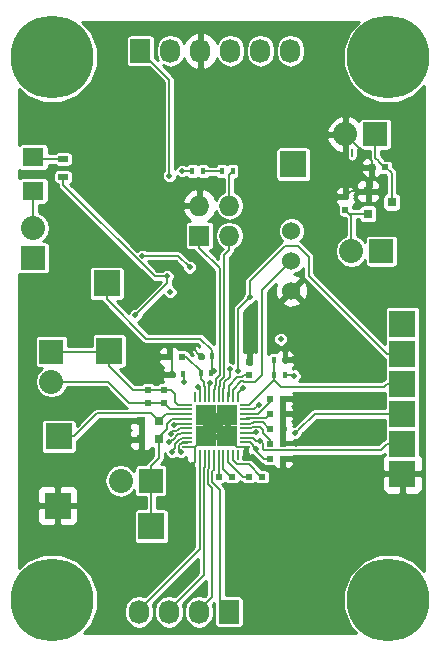
<source format=gtl>
G04 #@! TF.FileFunction,Copper,L1,Top,Signal*
%FSLAX46Y46*%
G04 Gerber Fmt 4.6, Leading zero omitted, Abs format (unit mm)*
G04 Created by KiCad (PCBNEW 4.0.4+e1-6308~48~ubuntu16.04.1-stable) date Tue Oct 11 09:38:20 2016*
%MOMM*%
%LPD*%
G01*
G04 APERTURE LIST*
%ADD10C,0.100000*%
%ADD11O,0.850000X0.200000*%
%ADD12O,0.200000X0.850000*%
%ADD13R,1.800000X1.800000*%
%ADD14R,0.500000X0.600000*%
%ADD15R,0.800000X0.750000*%
%ADD16R,0.600000X0.500000*%
%ADD17R,1.800860X1.597660*%
%ADD18R,2.032000X2.032000*%
%ADD19O,2.032000X2.032000*%
%ADD20R,2.235200X2.235200*%
%ADD21R,1.727200X2.032000*%
%ADD22O,1.727200X2.032000*%
%ADD23R,1.727200X1.727200*%
%ADD24O,1.727200X1.727200*%
%ADD25R,0.400000X0.600000*%
%ADD26R,0.900000X0.500000*%
%ADD27C,1.524000*%
%ADD28R,0.800100X0.800100*%
%ADD29C,7.000000*%
%ADD30C,1.200000*%
%ADD31C,0.460000*%
%ADD32C,0.200000*%
%ADD33C,0.254000*%
G04 APERTURE END LIST*
D10*
D11*
X151982000Y-141456000D03*
X151982000Y-141856000D03*
X151982000Y-142256000D03*
X151982000Y-142656000D03*
X151982000Y-143056000D03*
X151982000Y-143456000D03*
X151982000Y-143856000D03*
X151982000Y-144256000D03*
X151982000Y-144656000D03*
X151982000Y-145056000D03*
D12*
X152632000Y-145706000D03*
X153032000Y-145706000D03*
X153432000Y-145706000D03*
X153832000Y-145706000D03*
X154232000Y-145706000D03*
X154632000Y-145706000D03*
X155032000Y-145706000D03*
X155432000Y-145706000D03*
X155832000Y-145706000D03*
X156232000Y-145706000D03*
D11*
X156882000Y-145056000D03*
X156882000Y-144656000D03*
X156882000Y-144256000D03*
X156882000Y-143856000D03*
X156882000Y-143456000D03*
X156882000Y-143056000D03*
X156882000Y-142656000D03*
X156882000Y-142256000D03*
X156882000Y-141856000D03*
X156882000Y-141456000D03*
D12*
X156232000Y-140806000D03*
X155832000Y-140806000D03*
X155432000Y-140806000D03*
X155032000Y-140806000D03*
X154632000Y-140806000D03*
X154232000Y-140806000D03*
X153832000Y-140806000D03*
X153432000Y-140806000D03*
X153032000Y-140806000D03*
X152632000Y-140806000D03*
D13*
X155332000Y-144156000D03*
X155332000Y-142356000D03*
X153532000Y-144156000D03*
X153532000Y-142356000D03*
D14*
X148640000Y-140190000D03*
X148640000Y-141290000D03*
D15*
X149570000Y-142830000D03*
X148070000Y-142830000D03*
D14*
X149990000Y-140200000D03*
X149990000Y-141300000D03*
D15*
X149560000Y-144380000D03*
X148060000Y-144380000D03*
D16*
X150425000Y-137400000D03*
X151525000Y-137400000D03*
X155744000Y-147574000D03*
X154644000Y-147574000D03*
D14*
X157226000Y-138980000D03*
X157226000Y-137880000D03*
D16*
X158284000Y-147574000D03*
X157184000Y-147574000D03*
X158962000Y-146050000D03*
X160062000Y-146050000D03*
X158962000Y-144780000D03*
X160062000Y-144780000D03*
X158962000Y-143510000D03*
X160062000Y-143510000D03*
X158962000Y-142240000D03*
X160062000Y-142240000D03*
X158962000Y-140970000D03*
X160062000Y-140970000D03*
X168698000Y-121348500D03*
X167598000Y-121348500D03*
D14*
X165354000Y-124946500D03*
X165354000Y-123846500D03*
D17*
X138938000Y-123339860D03*
X138938000Y-120500140D03*
D18*
X140462000Y-136969500D03*
D19*
X140462000Y-139509500D03*
D18*
X148875000Y-147900000D03*
D19*
X146335000Y-147900000D03*
D20*
X145380000Y-136910000D03*
X141097000Y-144145000D03*
X148925000Y-151750000D03*
X141000000Y-150000000D03*
X170180000Y-147320000D03*
X145150000Y-131200000D03*
X160930000Y-121100000D03*
X170180000Y-137160000D03*
X170180000Y-134620000D03*
D21*
X155500000Y-159000000D03*
D22*
X152960000Y-159000000D03*
X150420000Y-159000000D03*
X147880000Y-159000000D03*
D23*
X152985000Y-127140000D03*
D24*
X152985000Y-124600000D03*
X155525000Y-127140000D03*
X155525000Y-124600000D03*
D20*
X170180000Y-139700000D03*
X170180000Y-142240000D03*
X170180000Y-144780000D03*
D18*
X167894000Y-118554500D03*
D19*
X165354000Y-118554500D03*
D18*
X138938000Y-129032000D03*
D19*
X138938000Y-126492000D03*
D18*
X168402000Y-128460500D03*
D19*
X165862000Y-128460500D03*
D21*
X148000000Y-111500000D03*
D22*
X150540000Y-111500000D03*
X153080000Y-111500000D03*
X155620000Y-111500000D03*
X158160000Y-111500000D03*
X160700000Y-111500000D03*
D25*
X153100000Y-138750000D03*
X154000000Y-138750000D03*
X154025000Y-137350000D03*
X153125000Y-137350000D03*
X150700000Y-138875000D03*
X151600000Y-138875000D03*
X152400000Y-121700000D03*
X153300000Y-121700000D03*
X154900000Y-121700000D03*
X155800000Y-121700000D03*
X160216000Y-138938000D03*
X159316000Y-138938000D03*
X159316000Y-137668000D03*
X160216000Y-137668000D03*
D26*
X141478000Y-120662000D03*
X141478000Y-122162000D03*
D27*
X160782000Y-129286000D03*
X160782000Y-126746000D03*
X160782000Y-131826000D03*
D28*
X167272240Y-123384976D03*
X167272240Y-125284976D03*
X169271220Y-124334976D03*
D29*
X169000000Y-112000000D03*
X140500000Y-112000000D03*
X169000000Y-158000000D03*
X140500000Y-158000000D03*
D30*
X154420340Y-143275661D03*
D31*
X152370000Y-146590000D03*
X157042703Y-145644733D03*
X153532000Y-142356000D03*
X155332000Y-142356000D03*
X155330000Y-144200000D03*
X153530000Y-144200000D03*
X157230000Y-137000000D03*
X152430000Y-136700000D03*
X160930000Y-137600000D03*
X147130000Y-144400000D03*
X149544291Y-137376234D03*
X150530000Y-134800000D03*
X161200000Y-146050000D03*
X161210000Y-144760000D03*
X161250000Y-142250000D03*
X157790428Y-145193811D03*
X151403142Y-145483729D03*
X161030000Y-139000000D03*
X151530000Y-121700000D03*
X150530000Y-131900000D03*
X154213118Y-138610246D03*
X155553140Y-138467493D03*
X156279734Y-138591798D03*
X157292831Y-132371118D03*
X152916212Y-140004738D03*
X159870000Y-135930000D03*
X156676404Y-140029576D03*
X150460000Y-122060000D03*
X153874317Y-139624656D03*
X151675000Y-139575000D03*
X150458732Y-144651032D03*
X147580000Y-133900000D03*
X150280000Y-130600000D03*
X150837674Y-143169481D03*
X150570000Y-143903893D03*
X150643372Y-145437921D03*
X148170493Y-128857794D03*
X152160000Y-129830000D03*
X158118562Y-144515107D03*
X161109989Y-143870000D03*
X157769979Y-143812402D03*
X158000000Y-141500000D03*
D32*
X165930000Y-120400000D02*
X165930000Y-119830501D01*
X140462000Y-136969500D02*
X145320500Y-136969500D01*
X145320500Y-136969500D02*
X145380000Y-136910000D01*
X148640000Y-140190000D02*
X147342400Y-140190000D01*
X147342400Y-140190000D02*
X145380000Y-138227600D01*
X145380000Y-138227600D02*
X145380000Y-136910000D01*
X148640000Y-140190000D02*
X149980000Y-140190000D01*
X149980000Y-140190000D02*
X149990000Y-140200000D01*
X150960000Y-140560000D02*
X150600000Y-140200000D01*
X150600000Y-140200000D02*
X149990000Y-140200000D01*
X150960000Y-141220000D02*
X150960000Y-140560000D01*
X151982000Y-141456000D02*
X151196000Y-141456000D01*
X151196000Y-141456000D02*
X150960000Y-141220000D01*
X148640000Y-141290000D02*
X147070000Y-141290000D01*
X147070000Y-141290000D02*
X145289500Y-139509500D01*
X145289500Y-139509500D02*
X140462000Y-139509500D01*
X149990000Y-141300000D02*
X148650000Y-141300000D01*
X148650000Y-141300000D02*
X148640000Y-141290000D01*
X151982000Y-141856000D02*
X150496000Y-141856000D01*
X150496000Y-141856000D02*
X149990000Y-141350000D01*
X149990000Y-141350000D02*
X149990000Y-141300000D01*
X141097000Y-144145000D02*
X142414600Y-144145000D01*
X142414600Y-144145000D02*
X144364601Y-142194999D01*
X144364601Y-142194999D02*
X148909999Y-142194999D01*
X148909999Y-142194999D02*
X149545000Y-142830000D01*
X149545000Y-142830000D02*
X149570000Y-142830000D01*
X151982000Y-142256000D02*
X150144000Y-142256000D01*
X150144000Y-142256000D02*
X149570000Y-142830000D01*
X151982000Y-142256000D02*
X151566261Y-142256000D01*
X152632000Y-145706000D02*
X152632000Y-146328000D01*
X152632000Y-146328000D02*
X152370000Y-146590000D01*
X156882000Y-145484030D02*
X157042703Y-145644733D01*
X156882000Y-145056000D02*
X156882000Y-145484030D01*
X160062000Y-144780000D02*
X160062000Y-143510000D01*
X156196990Y-145020990D02*
X155330000Y-144200000D01*
X152871750Y-144816250D02*
X154101236Y-144816250D01*
X152632000Y-145056000D02*
X152871750Y-144816250D01*
X154101236Y-144816250D02*
X153530000Y-144200000D01*
X157226000Y-137880000D02*
X157226000Y-137004000D01*
X157226000Y-137004000D02*
X157230000Y-137000000D01*
X153125000Y-137350000D02*
X153080000Y-137350000D01*
X153080000Y-137350000D02*
X152430000Y-136700000D01*
X160216000Y-137668000D02*
X160862000Y-137668000D01*
X160862000Y-137668000D02*
X160930000Y-137600000D01*
X148060000Y-144380000D02*
X147150000Y-144380000D01*
X147150000Y-144380000D02*
X147130000Y-144400000D01*
X148070000Y-142830000D02*
X148070000Y-144370000D01*
X148070000Y-144370000D02*
X148060000Y-144380000D01*
X149568057Y-137400000D02*
X149544291Y-137376234D01*
X150425000Y-137400000D02*
X149568057Y-137400000D01*
X150700000Y-138875000D02*
X150700000Y-137675000D01*
X150700000Y-137675000D02*
X150425000Y-137400000D01*
X167598000Y-121348500D02*
X167598000Y-120798500D01*
X167598000Y-120798500D02*
X165354000Y-118554500D01*
X160062000Y-146050000D02*
X161200000Y-146050000D01*
X160562000Y-144780000D02*
X161190000Y-144780000D01*
X161190000Y-144780000D02*
X161210000Y-144760000D01*
X160062000Y-144780000D02*
X160562000Y-144780000D01*
X160062000Y-142240000D02*
X161240000Y-142240000D01*
X161240000Y-142240000D02*
X161250000Y-142250000D01*
X160062000Y-140970000D02*
X160062000Y-143510000D01*
X167598000Y-121348500D02*
X167598000Y-123059216D01*
X167598000Y-123059216D02*
X167272240Y-123384976D01*
X167272240Y-123384976D02*
X165815524Y-123384976D01*
X165815524Y-123384976D02*
X165354000Y-123846500D01*
X156882000Y-145056000D02*
X156846990Y-145020990D01*
X156846990Y-145020990D02*
X156196990Y-145020990D01*
X151982000Y-145056000D02*
X152632000Y-145056000D01*
X152632000Y-145706000D02*
X152632000Y-145056000D01*
X150230001Y-143061537D02*
X150230001Y-143537420D01*
X150635538Y-142656000D02*
X150230001Y-143061537D01*
X151982000Y-142656000D02*
X150635538Y-142656000D01*
X149560000Y-144207421D02*
X149560000Y-144380000D01*
X150230001Y-143537420D02*
X149560000Y-144207421D01*
X148875000Y-147900000D02*
X148875000Y-146684000D01*
X148875000Y-146684000D02*
X149560000Y-145999000D01*
X149560000Y-145999000D02*
X149560000Y-144380000D01*
X148925000Y-151750000D02*
X148925000Y-147950000D01*
X148925000Y-147950000D02*
X148875000Y-147900000D01*
X153100000Y-139250000D02*
X153100000Y-138750000D01*
X153432000Y-139907543D02*
X153384315Y-139859858D01*
X153432000Y-140806000D02*
X153432000Y-139907543D01*
X153384315Y-139534315D02*
X153100000Y-139250000D01*
X153384315Y-139859858D02*
X153384315Y-139534315D01*
X151525000Y-137400000D02*
X151850000Y-137400000D01*
X151850000Y-137400000D02*
X153100000Y-138650000D01*
X153100000Y-138650000D02*
X153100000Y-138750000D01*
X155032000Y-145706000D02*
X155032000Y-146912000D01*
X155694000Y-147574000D02*
X155744000Y-147574000D01*
X155032000Y-146912000D02*
X155694000Y-147574000D01*
X154632000Y-145706000D02*
X154632000Y-147562000D01*
X154632000Y-147562000D02*
X154644000Y-147574000D01*
X156776000Y-138980000D02*
X157226000Y-138980000D01*
X156625999Y-139130001D02*
X156776000Y-138980000D01*
X155432000Y-140806000D02*
X155471989Y-140766011D01*
X156210867Y-139130001D02*
X156625999Y-139130001D01*
X155471989Y-139868879D02*
X156210867Y-139130001D01*
X155471989Y-140766011D02*
X155471989Y-139868879D01*
X155832000Y-145706000D02*
X155832000Y-146140131D01*
X155832000Y-146140131D02*
X156196275Y-146504406D01*
X156196275Y-146504406D02*
X157164406Y-146504406D01*
X157164406Y-146504406D02*
X158234000Y-147574000D01*
X158234000Y-147574000D02*
X158284000Y-147574000D01*
X155432000Y-145706000D02*
X155432000Y-146331000D01*
X155432000Y-146331000D02*
X156675000Y-147574000D01*
X156675000Y-147574000D02*
X156684000Y-147574000D01*
X156684000Y-147574000D02*
X157184000Y-147574000D01*
X156882000Y-144656000D02*
X157319382Y-144656000D01*
X158462000Y-146050000D02*
X157790428Y-145378428D01*
X157560429Y-144897047D02*
X157560429Y-144963812D01*
X158962000Y-146050000D02*
X158462000Y-146050000D01*
X157560429Y-144963812D02*
X157790428Y-145193811D01*
X157790428Y-145378428D02*
X157790428Y-145193811D01*
X157319382Y-144656000D02*
X157560429Y-144897047D01*
X151982000Y-144656000D02*
X151942010Y-144695990D01*
X151507879Y-144695990D02*
X151296990Y-144906879D01*
X151296990Y-144906879D02*
X151296990Y-145377577D01*
X151296990Y-145377577D02*
X151403142Y-145483729D01*
X151942010Y-144695990D02*
X151507879Y-144695990D01*
X160216000Y-138938000D02*
X160968000Y-138938000D01*
X160968000Y-138938000D02*
X161030000Y-139000000D01*
X152400000Y-121700000D02*
X151530000Y-121700000D01*
X158378803Y-143850039D02*
X158378803Y-143577200D01*
X158378803Y-143577200D02*
X158124004Y-143322401D01*
X158124004Y-143322401D02*
X157667993Y-143322401D01*
X157521146Y-143336031D02*
X157401177Y-143456000D01*
X158962000Y-144433236D02*
X158378803Y-143850039D01*
X157654363Y-143336031D02*
X157521146Y-143336031D01*
X158962000Y-144780000D02*
X158962000Y-144433236D01*
X157667993Y-143322401D02*
X157654363Y-143336031D01*
X157401177Y-143456000D02*
X156882000Y-143456000D01*
X157372025Y-142976020D02*
X157292045Y-143056000D01*
X157505242Y-142976020D02*
X157372025Y-142976020D01*
X158962000Y-143510000D02*
X158912000Y-143510000D01*
X158912000Y-143510000D02*
X158364390Y-142962390D01*
X158364390Y-142962390D02*
X157518872Y-142962390D01*
X157292045Y-143056000D02*
X156882000Y-143056000D01*
X157518872Y-142962390D02*
X157505242Y-142976020D01*
X156921990Y-142616010D02*
X156882000Y-142656000D01*
X157369752Y-142602379D02*
X157356121Y-142616010D01*
X158599621Y-142602379D02*
X157369752Y-142602379D01*
X157356121Y-142616010D02*
X156921990Y-142616010D01*
X158962000Y-142240000D02*
X158599621Y-142602379D01*
X158962000Y-141238204D02*
X157957834Y-142242370D01*
X158962000Y-140970000D02*
X158962000Y-141238204D01*
X156895630Y-142242370D02*
X156882000Y-142256000D01*
X157957834Y-142242370D02*
X156895630Y-142242370D01*
X168198000Y-120898500D02*
X168648000Y-121348500D01*
X168198000Y-120848500D02*
X168198000Y-120898500D01*
X167894000Y-120544500D02*
X168198000Y-120848500D01*
X167894000Y-118554500D02*
X167894000Y-120544500D01*
X168648000Y-121348500D02*
X168698000Y-121348500D01*
X169271220Y-124334976D02*
X169271220Y-121871720D01*
X169271220Y-121871720D02*
X168748000Y-121348500D01*
X168748000Y-121348500D02*
X168698000Y-121348500D01*
X165862000Y-128460500D02*
X165862000Y-125454500D01*
X165862000Y-125454500D02*
X165692476Y-125284976D01*
X167272240Y-125284976D02*
X165692476Y-125284976D01*
X165692476Y-125284976D02*
X165354000Y-124946500D01*
X138938000Y-123339860D02*
X138938000Y-124338690D01*
X138938000Y-124338690D02*
X138938000Y-126492000D01*
X141478000Y-120662000D02*
X139099860Y-120662000D01*
X139099860Y-120662000D02*
X138938000Y-120500140D01*
X155032000Y-140806000D02*
X155032000Y-140143269D01*
X154139754Y-138610246D02*
X154213118Y-138610246D01*
X154000000Y-138750000D02*
X154139754Y-138610246D01*
X155032000Y-140143269D02*
X155111979Y-140063290D01*
X155111979Y-140063290D02*
X155111980Y-139569756D01*
X155553140Y-139128596D02*
X155553140Y-138792762D01*
X155111980Y-139569756D02*
X155553140Y-139128596D01*
X155553140Y-138792762D02*
X155553140Y-138467493D01*
X154025000Y-137350000D02*
X154025000Y-136850000D01*
X154025000Y-136850000D02*
X153035000Y-135860000D01*
X153035000Y-135860000D02*
X148492400Y-135860000D01*
X148492400Y-135860000D02*
X145150000Y-132517600D01*
X145150000Y-132517600D02*
X145150000Y-131200000D01*
X154025000Y-137350000D02*
X154025000Y-138725000D01*
X154025000Y-138725000D02*
X154000000Y-138750000D01*
X158308082Y-131759918D02*
X160020001Y-130047999D01*
X158308082Y-138915920D02*
X158308082Y-131759918D01*
X157684001Y-139540001D02*
X158308082Y-138915920D01*
X156767999Y-139540001D02*
X157684001Y-139540001D01*
X156718010Y-139490012D02*
X156767999Y-139540001D01*
X156522988Y-139490012D02*
X156718010Y-139490012D01*
X155832000Y-140181000D02*
X156522988Y-139490012D01*
X155832000Y-140806000D02*
X155832000Y-140181000D01*
X160020001Y-130047999D02*
X160782000Y-129286000D01*
X156279734Y-133384215D02*
X156279734Y-138266529D01*
X157292831Y-132371118D02*
X156279734Y-133384215D01*
X156279734Y-138266529D02*
X156279734Y-138591798D01*
X170180000Y-137160000D02*
X168862400Y-137160000D01*
X168862400Y-137160000D02*
X162250000Y-130547600D01*
X162250000Y-130547600D02*
X162250000Y-128947672D01*
X157292831Y-130962416D02*
X157292831Y-132045849D01*
X162250000Y-128947672D02*
X161342918Y-128040590D01*
X161342918Y-128040590D02*
X160214657Y-128040590D01*
X160214657Y-128040590D02*
X157292831Y-130962416D01*
X157292831Y-132045849D02*
X157292831Y-132371118D01*
X153032000Y-140120526D02*
X152916212Y-140004738D01*
X153032000Y-140806000D02*
X153032000Y-140120526D01*
X156232000Y-140806000D02*
X156232000Y-140481000D01*
X156232000Y-140481000D02*
X156676404Y-140036596D01*
X156676404Y-140036596D02*
X156676404Y-140029576D01*
X155500000Y-159000000D02*
X154755214Y-158255214D01*
X154232000Y-146967998D02*
X154232000Y-146331000D01*
X154232000Y-146331000D02*
X154232000Y-145706000D01*
X154755214Y-158255214D02*
X154755214Y-148703216D01*
X154755214Y-148703216D02*
X154083999Y-148032001D01*
X154083999Y-148032001D02*
X154083999Y-147115999D01*
X154083999Y-147115999D02*
X154232000Y-146967998D01*
X153832000Y-146858866D02*
X153832000Y-146331000D01*
X153832000Y-146331000D02*
X153832000Y-145706000D01*
X153723988Y-148181122D02*
X153723989Y-146966877D01*
X153723989Y-146966877D02*
X153832000Y-146858866D01*
X154023600Y-148480734D02*
X153723988Y-148181122D01*
X152960000Y-159000000D02*
X152960000Y-158847600D01*
X152960000Y-158847600D02*
X154023600Y-157784000D01*
X154023600Y-157784000D02*
X154023600Y-148480734D01*
X153392011Y-148358277D02*
X153392011Y-155875589D01*
X153363978Y-148330244D02*
X153392011Y-148358277D01*
X150420000Y-158847600D02*
X150420000Y-159000000D01*
X153432000Y-145706000D02*
X153432000Y-146749734D01*
X153392011Y-155875589D02*
X150420000Y-158847600D01*
X153363979Y-146817757D02*
X153363978Y-148330244D01*
X153432000Y-146749734D02*
X153363979Y-146817757D01*
X153032000Y-146640606D02*
X153032000Y-146331000D01*
X153032000Y-146331000D02*
X153032000Y-145706000D01*
X147880000Y-158847600D02*
X153003966Y-153723634D01*
X153003966Y-153723634D02*
X153003969Y-146668637D01*
X147880000Y-159000000D02*
X147880000Y-158847600D01*
X153003969Y-146668637D02*
X153032000Y-146640606D01*
X154311980Y-139845025D02*
X154311978Y-140101022D01*
X152985000Y-128203600D02*
X154703128Y-129921728D01*
X154703128Y-138960344D02*
X154391960Y-139271512D01*
X152985000Y-127140000D02*
X152985000Y-128203600D01*
X154232000Y-140181000D02*
X154232000Y-140806000D01*
X154311978Y-140101022D02*
X154232000Y-140181000D01*
X154391959Y-139765046D02*
X154311980Y-139845025D01*
X154391960Y-139271512D02*
X154391959Y-139765046D01*
X154703128Y-129921728D02*
X154703128Y-138960344D01*
X154751970Y-139420634D02*
X155063139Y-139109465D01*
X155525000Y-128361314D02*
X155525000Y-127140000D01*
X154671990Y-139994147D02*
X154751969Y-139914168D01*
X155063139Y-128823175D02*
X155525000Y-128361314D01*
X154671989Y-140766011D02*
X154671990Y-139994147D01*
X154632000Y-140806000D02*
X154671989Y-140766011D01*
X155063139Y-139109465D02*
X155063139Y-128823175D01*
X154751969Y-139914168D02*
X154751970Y-139420634D01*
X155525000Y-124600000D02*
X155525000Y-121975000D01*
X155525000Y-121975000D02*
X155800000Y-121700000D01*
X159316000Y-137668000D02*
X159316000Y-138938000D01*
X168592400Y-139970000D02*
X159939000Y-139970000D01*
X159939000Y-139970000D02*
X159316000Y-139347000D01*
X170180000Y-139700000D02*
X168862400Y-139700000D01*
X168862400Y-139700000D02*
X168592400Y-139970000D01*
X156882000Y-141456000D02*
X157207000Y-141456000D01*
X157207000Y-141456000D02*
X159316000Y-139347000D01*
X159316000Y-139347000D02*
X159316000Y-138938000D01*
X150460000Y-122060000D02*
X150460000Y-113960000D01*
X150460000Y-113960000D02*
X148000000Y-111500000D01*
X153832000Y-140806000D02*
X153832000Y-139666973D01*
X153832000Y-139666973D02*
X153874317Y-139624656D01*
X151675000Y-139575000D02*
X151675000Y-138950000D01*
X151675000Y-138950000D02*
X151600000Y-138875000D01*
X151575000Y-138900000D02*
X151600000Y-138875000D01*
X154900000Y-121700000D02*
X153300000Y-121700000D01*
X150688731Y-144421033D02*
X150458732Y-144651032D01*
X151209635Y-143975970D02*
X150764572Y-144421033D01*
X151982000Y-143856000D02*
X151437823Y-143856000D01*
X150764572Y-144421033D02*
X150688731Y-144421033D01*
X151437823Y-143856000D02*
X151317854Y-143975969D01*
X151317854Y-143975969D02*
X151209635Y-143975970D01*
X141478000Y-122870259D02*
X141478000Y-122612000D01*
X150280000Y-130600000D02*
X149207741Y-130600000D01*
X149207741Y-130600000D02*
X141478000Y-122870259D01*
X141478000Y-122612000D02*
X141478000Y-122162000D01*
X150280000Y-130600000D02*
X150280000Y-131200000D01*
X150280000Y-131200000D02*
X147580000Y-133900000D01*
X150951155Y-143056000D02*
X150837674Y-143169481D01*
X151982000Y-143056000D02*
X150951155Y-143056000D01*
X150799999Y-143673894D02*
X150570000Y-143903893D01*
X151168733Y-143615958D02*
X151060516Y-143615958D01*
X151328691Y-143456000D02*
X151168733Y-143615958D01*
X151982000Y-143456000D02*
X151328691Y-143456000D01*
X151002580Y-143673894D02*
X150799999Y-143673894D01*
X151060516Y-143615958D02*
X151002580Y-143673894D01*
X150873371Y-145207922D02*
X150643372Y-145437921D01*
X150936979Y-145144314D02*
X150873371Y-145207922D01*
X151467890Y-144335979D02*
X151358757Y-144335980D01*
X150936979Y-144757758D02*
X150936979Y-145144314D01*
X151982000Y-144256000D02*
X151547869Y-144256000D01*
X151358757Y-144335980D02*
X150936979Y-144757758D01*
X151547869Y-144256000D02*
X151467890Y-144335979D01*
X148495762Y-128857794D02*
X148170493Y-128857794D01*
X151187794Y-128857794D02*
X148495762Y-128857794D01*
X152160000Y-129830000D02*
X151187794Y-128857794D01*
X158348561Y-144745106D02*
X158118562Y-144515107D01*
X158453999Y-145290001D02*
X158401999Y-145238001D01*
X168352399Y-145290001D02*
X158453999Y-145290001D01*
X168862400Y-144780000D02*
X168352399Y-145290001D01*
X170180000Y-144780000D02*
X168862400Y-144780000D01*
X156882000Y-144256000D02*
X157508373Y-144256000D01*
X157793293Y-144515107D02*
X158118562Y-144515107D01*
X157767480Y-144515107D02*
X157793293Y-144515107D01*
X157508373Y-144256000D02*
X157767480Y-144515107D01*
X158401999Y-144798544D02*
X158348561Y-144745106D01*
X158401999Y-145238001D02*
X158401999Y-144798544D01*
X161339988Y-143640001D02*
X161109989Y-143870000D01*
X162739989Y-142240000D02*
X161339988Y-143640001D01*
X170180000Y-142240000D02*
X162739989Y-142240000D01*
X157726381Y-143856000D02*
X157769979Y-143812402D01*
X156882000Y-143856000D02*
X157726381Y-143856000D01*
X156882000Y-141856000D02*
X157644000Y-141856000D01*
X157644000Y-141856000D02*
X158000000Y-141500000D01*
D33*
G36*
X165711767Y-109798720D02*
X165119675Y-111224635D01*
X165118328Y-112768592D01*
X165707930Y-114195538D01*
X166798720Y-115288233D01*
X168224635Y-115880325D01*
X169768592Y-115881672D01*
X171195538Y-115292070D01*
X172003000Y-114486016D01*
X172003000Y-155514887D01*
X171201280Y-154711767D01*
X169775365Y-154119675D01*
X168231408Y-154118328D01*
X166804462Y-154707930D01*
X165711767Y-155798720D01*
X165119675Y-157224635D01*
X165118328Y-158768592D01*
X165707930Y-160195538D01*
X166284385Y-160773000D01*
X143215515Y-160773000D01*
X143788233Y-160201280D01*
X144380325Y-158775365D01*
X144381672Y-157231408D01*
X143792070Y-155804462D01*
X142701280Y-154711767D01*
X141275365Y-154119675D01*
X139731408Y-154118328D01*
X138304462Y-154707930D01*
X137757000Y-155254438D01*
X137757000Y-150285750D01*
X139247400Y-150285750D01*
X139247400Y-151243910D01*
X139344073Y-151477299D01*
X139522702Y-151655927D01*
X139756091Y-151752600D01*
X140714250Y-151752600D01*
X140873000Y-151593850D01*
X140873000Y-150127000D01*
X141127000Y-150127000D01*
X141127000Y-151593850D01*
X141285750Y-151752600D01*
X142243909Y-151752600D01*
X142477298Y-151655927D01*
X142655927Y-151477299D01*
X142752600Y-151243910D01*
X142752600Y-150285750D01*
X142593850Y-150127000D01*
X141127000Y-150127000D01*
X140873000Y-150127000D01*
X139406150Y-150127000D01*
X139247400Y-150285750D01*
X137757000Y-150285750D01*
X137757000Y-148756090D01*
X139247400Y-148756090D01*
X139247400Y-149714250D01*
X139406150Y-149873000D01*
X140873000Y-149873000D01*
X140873000Y-148406150D01*
X141127000Y-148406150D01*
X141127000Y-149873000D01*
X142593850Y-149873000D01*
X142752600Y-149714250D01*
X142752600Y-148756090D01*
X142655927Y-148522701D01*
X142477298Y-148344073D01*
X142243909Y-148247400D01*
X141285750Y-148247400D01*
X141127000Y-148406150D01*
X140873000Y-148406150D01*
X140714250Y-148247400D01*
X139756091Y-148247400D01*
X139522702Y-148344073D01*
X139344073Y-148522701D01*
X139247400Y-148756090D01*
X137757000Y-148756090D01*
X137757000Y-135953500D01*
X139057536Y-135953500D01*
X139057536Y-137985500D01*
X139084103Y-138126690D01*
X139167546Y-138256365D01*
X139294866Y-138343359D01*
X139446000Y-138373964D01*
X139654272Y-138373964D01*
X139474172Y-138494303D01*
X139171340Y-138947522D01*
X139065000Y-139482131D01*
X139065000Y-139536869D01*
X139171340Y-140071478D01*
X139474172Y-140524697D01*
X139927391Y-140827529D01*
X140462000Y-140933869D01*
X140996609Y-140827529D01*
X141449828Y-140524697D01*
X141752660Y-140071478D01*
X141768767Y-139990500D01*
X145090264Y-139990500D01*
X146729881Y-141630118D01*
X146851747Y-141711546D01*
X146855418Y-141713999D01*
X144364601Y-141713999D01*
X144180530Y-141750613D01*
X144076686Y-141820000D01*
X144024483Y-141854881D01*
X142603064Y-143276300D01*
X142603064Y-143027400D01*
X142576497Y-142886210D01*
X142493054Y-142756535D01*
X142365734Y-142669541D01*
X142214600Y-142638936D01*
X139979400Y-142638936D01*
X139838210Y-142665503D01*
X139708535Y-142748946D01*
X139621541Y-142876266D01*
X139590936Y-143027400D01*
X139590936Y-145262600D01*
X139617503Y-145403790D01*
X139700946Y-145533465D01*
X139828266Y-145620459D01*
X139979400Y-145651064D01*
X142214600Y-145651064D01*
X142355790Y-145624497D01*
X142485465Y-145541054D01*
X142572459Y-145413734D01*
X142603064Y-145262600D01*
X142603064Y-144665750D01*
X147025000Y-144665750D01*
X147025000Y-144881310D01*
X147121673Y-145114699D01*
X147300302Y-145293327D01*
X147533691Y-145390000D01*
X147774250Y-145390000D01*
X147933000Y-145231250D01*
X147933000Y-144507000D01*
X147183750Y-144507000D01*
X147025000Y-144665750D01*
X142603064Y-144665750D01*
X142603064Y-144586451D01*
X142754718Y-144485118D01*
X143361146Y-143878690D01*
X147025000Y-143878690D01*
X147025000Y-144094250D01*
X147183750Y-144253000D01*
X147933000Y-144253000D01*
X147933000Y-143691250D01*
X147943000Y-143681250D01*
X147943000Y-142957000D01*
X147193750Y-142957000D01*
X147035000Y-143115750D01*
X147035000Y-143331310D01*
X147131673Y-143564699D01*
X147166974Y-143600000D01*
X147121673Y-143645301D01*
X147025000Y-143878690D01*
X143361146Y-143878690D01*
X144563837Y-142675999D01*
X147166749Y-142675999D01*
X147193750Y-142703000D01*
X147943000Y-142703000D01*
X147943000Y-142683000D01*
X148197000Y-142683000D01*
X148197000Y-142703000D01*
X148217000Y-142703000D01*
X148217000Y-142957000D01*
X148197000Y-142957000D01*
X148197000Y-143518750D01*
X148187000Y-143528750D01*
X148187000Y-144253000D01*
X148207000Y-144253000D01*
X148207000Y-144507000D01*
X148187000Y-144507000D01*
X148187000Y-145231250D01*
X148345750Y-145390000D01*
X148586309Y-145390000D01*
X148819698Y-145293327D01*
X148998327Y-145114699D01*
X149001246Y-145107652D01*
X149008866Y-145112859D01*
X149079000Y-145127061D01*
X149079000Y-145799763D01*
X148534882Y-146343882D01*
X148433549Y-146495536D01*
X147859000Y-146495536D01*
X147717810Y-146522103D01*
X147588135Y-146605546D01*
X147501141Y-146732866D01*
X147470536Y-146884000D01*
X147470536Y-147105863D01*
X147322828Y-146884803D01*
X146869609Y-146581971D01*
X146335000Y-146475631D01*
X145800391Y-146581971D01*
X145347172Y-146884803D01*
X145044340Y-147338022D01*
X144938000Y-147872631D01*
X144938000Y-147927369D01*
X145044340Y-148461978D01*
X145347172Y-148915197D01*
X145800391Y-149218029D01*
X146335000Y-149324369D01*
X146869609Y-149218029D01*
X147322828Y-148915197D01*
X147470536Y-148694137D01*
X147470536Y-148916000D01*
X147497103Y-149057190D01*
X147580546Y-149186865D01*
X147707866Y-149273859D01*
X147859000Y-149304464D01*
X148444000Y-149304464D01*
X148444000Y-150243936D01*
X147807400Y-150243936D01*
X147666210Y-150270503D01*
X147536535Y-150353946D01*
X147449541Y-150481266D01*
X147418936Y-150632400D01*
X147418936Y-152867600D01*
X147445503Y-153008790D01*
X147528946Y-153138465D01*
X147656266Y-153225459D01*
X147807400Y-153256064D01*
X150042600Y-153256064D01*
X150183790Y-153229497D01*
X150313465Y-153146054D01*
X150400459Y-153018734D01*
X150431064Y-152867600D01*
X150431064Y-150632400D01*
X150404497Y-150491210D01*
X150321054Y-150361535D01*
X150193734Y-150274541D01*
X150042600Y-150243936D01*
X149406000Y-150243936D01*
X149406000Y-149304464D01*
X149891000Y-149304464D01*
X150032190Y-149277897D01*
X150161865Y-149194454D01*
X150248859Y-149067134D01*
X150279464Y-148916000D01*
X150279464Y-146884000D01*
X150252897Y-146742810D01*
X150169454Y-146613135D01*
X150042134Y-146526141D01*
X149891000Y-146495536D01*
X149743701Y-146495536D01*
X149900118Y-146339119D01*
X150004386Y-146183071D01*
X150021979Y-146094623D01*
X150041000Y-145999000D01*
X150041000Y-145580061D01*
X150125090Y-145783572D01*
X150296817Y-145955599D01*
X150521303Y-146048815D01*
X150764374Y-146049027D01*
X150989023Y-145956203D01*
X151000262Y-145944984D01*
X151056587Y-146001407D01*
X151281073Y-146094623D01*
X151524144Y-146094835D01*
X151748793Y-146002011D01*
X151897000Y-145854062D01*
X151897000Y-146158000D01*
X152001549Y-146429605D01*
X152202079Y-146640526D01*
X152467903Y-146747447D01*
X152504998Y-146701160D01*
X152504998Y-146766000D01*
X152522969Y-146766000D01*
X152522966Y-153524397D01*
X148368700Y-157678664D01*
X148356288Y-157670371D01*
X147880000Y-157575631D01*
X147403712Y-157670371D01*
X146999935Y-157940166D01*
X146730140Y-158343943D01*
X146635400Y-158820231D01*
X146635400Y-159179769D01*
X146730140Y-159656057D01*
X146999935Y-160059834D01*
X147403712Y-160329629D01*
X147880000Y-160424369D01*
X148356288Y-160329629D01*
X148760065Y-160059834D01*
X149029860Y-159656057D01*
X149124600Y-159179769D01*
X149124600Y-158820231D01*
X149035506Y-158372330D01*
X152911011Y-154496826D01*
X152911011Y-155676352D01*
X150908700Y-157678664D01*
X150896288Y-157670371D01*
X150420000Y-157575631D01*
X149943712Y-157670371D01*
X149539935Y-157940166D01*
X149270140Y-158343943D01*
X149175400Y-158820231D01*
X149175400Y-159179769D01*
X149270140Y-159656057D01*
X149539935Y-160059834D01*
X149943712Y-160329629D01*
X150420000Y-160424369D01*
X150896288Y-160329629D01*
X151300065Y-160059834D01*
X151569860Y-159656057D01*
X151664600Y-159179769D01*
X151664600Y-158820231D01*
X151575507Y-158372330D01*
X153542600Y-156405237D01*
X153542600Y-157584763D01*
X153448699Y-157678664D01*
X153436288Y-157670371D01*
X152960000Y-157575631D01*
X152483712Y-157670371D01*
X152079935Y-157940166D01*
X151810140Y-158343943D01*
X151715400Y-158820231D01*
X151715400Y-159179769D01*
X151810140Y-159656057D01*
X152079935Y-160059834D01*
X152483712Y-160329629D01*
X152960000Y-160424369D01*
X153436288Y-160329629D01*
X153840065Y-160059834D01*
X154109860Y-159656057D01*
X154204600Y-159179769D01*
X154204600Y-158820231D01*
X154115507Y-158372330D01*
X154247936Y-158239901D01*
X154247936Y-160016000D01*
X154274503Y-160157190D01*
X154357946Y-160286865D01*
X154485266Y-160373859D01*
X154636400Y-160404464D01*
X156363600Y-160404464D01*
X156504790Y-160377897D01*
X156634465Y-160294454D01*
X156721459Y-160167134D01*
X156752064Y-160016000D01*
X156752064Y-157984000D01*
X156725497Y-157842810D01*
X156642054Y-157713135D01*
X156514734Y-157626141D01*
X156363600Y-157595536D01*
X155236214Y-157595536D01*
X155236214Y-148703216D01*
X155199600Y-148519145D01*
X155195495Y-148513001D01*
X155095332Y-148363097D01*
X154944588Y-148212353D01*
X155085190Y-148185897D01*
X155195186Y-148115117D01*
X155292866Y-148181859D01*
X155444000Y-148212464D01*
X156044000Y-148212464D01*
X156185190Y-148185897D01*
X156314865Y-148102454D01*
X156401859Y-147975134D01*
X156404760Y-147960810D01*
X156472970Y-148006386D01*
X156490929Y-148018386D01*
X156565934Y-148033305D01*
X156605546Y-148094865D01*
X156732866Y-148181859D01*
X156884000Y-148212464D01*
X157484000Y-148212464D01*
X157625190Y-148185897D01*
X157735186Y-148115117D01*
X157832866Y-148181859D01*
X157984000Y-148212464D01*
X158584000Y-148212464D01*
X158725190Y-148185897D01*
X158854865Y-148102454D01*
X158941859Y-147975134D01*
X158972464Y-147824000D01*
X158972464Y-147605750D01*
X168427400Y-147605750D01*
X168427400Y-148563909D01*
X168524073Y-148797298D01*
X168702701Y-148975927D01*
X168936090Y-149072600D01*
X169894250Y-149072600D01*
X170053000Y-148913850D01*
X170053000Y-147447000D01*
X170307000Y-147447000D01*
X170307000Y-148913850D01*
X170465750Y-149072600D01*
X171423910Y-149072600D01*
X171657299Y-148975927D01*
X171835927Y-148797298D01*
X171932600Y-148563909D01*
X171932600Y-147605750D01*
X171773850Y-147447000D01*
X170307000Y-147447000D01*
X170053000Y-147447000D01*
X168586150Y-147447000D01*
X168427400Y-147605750D01*
X158972464Y-147605750D01*
X158972464Y-147324000D01*
X158945897Y-147182810D01*
X158862454Y-147053135D01*
X158735134Y-146966141D01*
X158584000Y-146935536D01*
X158275773Y-146935536D01*
X157504524Y-146164288D01*
X157348477Y-146060020D01*
X157164406Y-146023406D01*
X156713000Y-146023406D01*
X156713000Y-145791000D01*
X156755000Y-145791000D01*
X156755000Y-145431026D01*
X156770327Y-145415699D01*
X156867000Y-145182310D01*
X156867000Y-145137000D01*
X157009000Y-145137000D01*
X157009000Y-145791000D01*
X157334000Y-145791000D01*
X157470299Y-145738535D01*
X158121881Y-146390118D01*
X158263232Y-146484566D01*
X158277929Y-146494386D01*
X158342613Y-146507252D01*
X158383546Y-146570865D01*
X158510866Y-146657859D01*
X158662000Y-146688464D01*
X159252438Y-146688464D01*
X159402302Y-146838327D01*
X159635691Y-146935000D01*
X159776250Y-146935000D01*
X159935000Y-146776250D01*
X159935000Y-146175000D01*
X160189000Y-146175000D01*
X160189000Y-146776250D01*
X160347750Y-146935000D01*
X160488309Y-146935000D01*
X160721698Y-146838327D01*
X160900327Y-146659699D01*
X160997000Y-146426310D01*
X160997000Y-146333750D01*
X160838250Y-146175000D01*
X160189000Y-146175000D01*
X159935000Y-146175000D01*
X159915000Y-146175000D01*
X159915000Y-145925000D01*
X159935000Y-145925000D01*
X159935000Y-145903000D01*
X160189000Y-145903000D01*
X160189000Y-145925000D01*
X160838250Y-145925000D01*
X160992249Y-145771001D01*
X168352399Y-145771001D01*
X168536470Y-145734387D01*
X168673936Y-145642535D01*
X168673936Y-145692838D01*
X168524073Y-145842702D01*
X168427400Y-146076091D01*
X168427400Y-147034250D01*
X168586150Y-147193000D01*
X170053000Y-147193000D01*
X170053000Y-147173000D01*
X170307000Y-147173000D01*
X170307000Y-147193000D01*
X171773850Y-147193000D01*
X171932600Y-147034250D01*
X171932600Y-146076091D01*
X171835927Y-145842702D01*
X171686064Y-145692838D01*
X171686064Y-143662400D01*
X171659497Y-143521210D01*
X171653404Y-143511741D01*
X171655459Y-143508734D01*
X171686064Y-143357600D01*
X171686064Y-141122400D01*
X171659497Y-140981210D01*
X171653404Y-140971741D01*
X171655459Y-140968734D01*
X171686064Y-140817600D01*
X171686064Y-138582400D01*
X171659497Y-138441210D01*
X171653404Y-138431741D01*
X171655459Y-138428734D01*
X171686064Y-138277600D01*
X171686064Y-136042400D01*
X171659497Y-135901210D01*
X171653404Y-135891741D01*
X171655459Y-135888734D01*
X171686064Y-135737600D01*
X171686064Y-133502400D01*
X171659497Y-133361210D01*
X171576054Y-133231535D01*
X171448734Y-133144541D01*
X171297600Y-133113936D01*
X169062400Y-133113936D01*
X168921210Y-133140503D01*
X168791535Y-133223946D01*
X168704541Y-133351266D01*
X168673936Y-133502400D01*
X168673936Y-135737600D01*
X168700503Y-135878790D01*
X168706596Y-135888259D01*
X168704541Y-135891266D01*
X168673936Y-136042400D01*
X168673936Y-136291299D01*
X162731000Y-130348364D01*
X162731000Y-128947672D01*
X162694386Y-128763601D01*
X162634331Y-128673723D01*
X162590119Y-128607554D01*
X162415696Y-128433131D01*
X164465000Y-128433131D01*
X164465000Y-128487869D01*
X164571340Y-129022478D01*
X164874172Y-129475697D01*
X165327391Y-129778529D01*
X165862000Y-129884869D01*
X166396609Y-129778529D01*
X166849828Y-129475697D01*
X166997536Y-129254637D01*
X166997536Y-129476500D01*
X167024103Y-129617690D01*
X167107546Y-129747365D01*
X167234866Y-129834359D01*
X167386000Y-129864964D01*
X169418000Y-129864964D01*
X169559190Y-129838397D01*
X169688865Y-129754954D01*
X169775859Y-129627634D01*
X169806464Y-129476500D01*
X169806464Y-127444500D01*
X169779897Y-127303310D01*
X169696454Y-127173635D01*
X169569134Y-127086641D01*
X169418000Y-127056036D01*
X167386000Y-127056036D01*
X167244810Y-127082603D01*
X167115135Y-127166046D01*
X167028141Y-127293366D01*
X166997536Y-127444500D01*
X166997536Y-127666363D01*
X166849828Y-127445303D01*
X166396609Y-127142471D01*
X166343000Y-127131808D01*
X166343000Y-125765976D01*
X166498958Y-125765976D01*
X166510293Y-125826216D01*
X166593736Y-125955891D01*
X166721056Y-126042885D01*
X166872190Y-126073490D01*
X167672290Y-126073490D01*
X167813480Y-126046923D01*
X167943155Y-125963480D01*
X168030149Y-125836160D01*
X168060754Y-125685026D01*
X168060754Y-124884926D01*
X168034187Y-124743736D01*
X167950744Y-124614061D01*
X167823424Y-124527067D01*
X167672290Y-124496462D01*
X166872190Y-124496462D01*
X166731000Y-124523029D01*
X166601325Y-124606472D01*
X166514331Y-124733792D01*
X166500119Y-124803976D01*
X165992464Y-124803976D01*
X165992464Y-124656062D01*
X166142327Y-124506198D01*
X166239000Y-124272809D01*
X166239000Y-124132250D01*
X166080252Y-123973502D01*
X166239000Y-123973502D01*
X166239000Y-123915705D01*
X166333863Y-124144724D01*
X166512491Y-124323353D01*
X166745880Y-124420026D01*
X166986490Y-124420026D01*
X167145240Y-124261276D01*
X167145240Y-123511976D01*
X167399240Y-123511976D01*
X167399240Y-124261276D01*
X167557990Y-124420026D01*
X167798600Y-124420026D01*
X168031989Y-124323353D01*
X168210617Y-124144724D01*
X168307290Y-123911335D01*
X168307290Y-123670726D01*
X168148540Y-123511976D01*
X167399240Y-123511976D01*
X167145240Y-123511976D01*
X166395940Y-123511976D01*
X166237190Y-123670726D01*
X166237190Y-123719498D01*
X166080252Y-123719498D01*
X166239000Y-123560750D01*
X166239000Y-123420191D01*
X166142327Y-123186802D01*
X165963699Y-123008173D01*
X165730310Y-122911500D01*
X165637750Y-122911500D01*
X165479000Y-123070250D01*
X165479000Y-123719500D01*
X165501000Y-123719500D01*
X165501000Y-123973500D01*
X165479000Y-123973500D01*
X165479000Y-123993500D01*
X165229000Y-123993500D01*
X165229000Y-123973500D01*
X164627750Y-123973500D01*
X164469000Y-124132250D01*
X164469000Y-124272809D01*
X164565673Y-124506198D01*
X164715536Y-124656062D01*
X164715536Y-125246500D01*
X164742103Y-125387690D01*
X164825546Y-125517365D01*
X164952866Y-125604359D01*
X165104000Y-125634964D01*
X165362228Y-125634964D01*
X165381000Y-125653736D01*
X165381000Y-127131808D01*
X165327391Y-127142471D01*
X164874172Y-127445303D01*
X164571340Y-127898522D01*
X164465000Y-128433131D01*
X162415696Y-128433131D01*
X161683036Y-127700472D01*
X161539677Y-127604682D01*
X161750423Y-127394303D01*
X161924801Y-126974354D01*
X161925198Y-126519641D01*
X161751554Y-126099388D01*
X161430303Y-125777577D01*
X161010354Y-125603199D01*
X160555641Y-125602802D01*
X160135388Y-125776446D01*
X159813577Y-126097697D01*
X159639199Y-126517646D01*
X159638802Y-126972359D01*
X159812446Y-127392612D01*
X160021647Y-127602177D01*
X159874539Y-127700472D01*
X156952713Y-130622298D01*
X156848445Y-130778345D01*
X156811831Y-130962416D01*
X156811831Y-131987949D01*
X156775153Y-132024563D01*
X156681937Y-132249049D01*
X156681891Y-132301821D01*
X155939616Y-133044097D01*
X155835348Y-133200144D01*
X155798734Y-133384215D01*
X155798734Y-137907892D01*
X155675209Y-137856599D01*
X155544139Y-137856485D01*
X155544139Y-129022411D01*
X155865118Y-128701432D01*
X155969386Y-128545385D01*
X155977760Y-128503286D01*
X156006000Y-128361314D01*
X156006000Y-128311095D01*
X156405065Y-128044448D01*
X156674860Y-127640671D01*
X156769600Y-127164383D01*
X156769600Y-127115617D01*
X156674860Y-126639329D01*
X156405065Y-126235552D01*
X156001288Y-125965757D01*
X155525000Y-125871017D01*
X155048712Y-125965757D01*
X154644935Y-126235552D01*
X154375140Y-126639329D01*
X154280400Y-127115617D01*
X154280400Y-127164383D01*
X154375140Y-127640671D01*
X154644935Y-128044448D01*
X154954671Y-128251407D01*
X154723021Y-128483057D01*
X154618753Y-128639104D01*
X154582139Y-128823175D01*
X154582139Y-129120503D01*
X153852892Y-128391256D01*
X153989790Y-128365497D01*
X154119465Y-128282054D01*
X154206459Y-128154734D01*
X154237064Y-128003600D01*
X154237064Y-126276400D01*
X154210497Y-126135210D01*
X154127054Y-126005535D01*
X153999734Y-125918541D01*
X153848600Y-125887936D01*
X153747276Y-125887936D01*
X153759947Y-125882688D01*
X154191821Y-125488490D01*
X154374676Y-125098338D01*
X154375140Y-125100671D01*
X154644935Y-125504448D01*
X155048712Y-125774243D01*
X155525000Y-125868983D01*
X156001288Y-125774243D01*
X156405065Y-125504448D01*
X156674860Y-125100671D01*
X156769600Y-124624383D01*
X156769600Y-124575617D01*
X156674860Y-124099329D01*
X156405065Y-123695552D01*
X156006000Y-123428905D01*
X156006000Y-123420191D01*
X164469000Y-123420191D01*
X164469000Y-123560750D01*
X164627750Y-123719500D01*
X165229000Y-123719500D01*
X165229000Y-123070250D01*
X165070250Y-122911500D01*
X164977690Y-122911500D01*
X164744301Y-123008173D01*
X164565673Y-123186802D01*
X164469000Y-123420191D01*
X156006000Y-123420191D01*
X156006000Y-122858617D01*
X166237190Y-122858617D01*
X166237190Y-123099226D01*
X166395940Y-123257976D01*
X167145240Y-123257976D01*
X167145240Y-122508676D01*
X167399240Y-122508676D01*
X167399240Y-123257976D01*
X168148540Y-123257976D01*
X168307290Y-123099226D01*
X168307290Y-122858617D01*
X168210617Y-122625228D01*
X168031989Y-122446599D01*
X167798600Y-122349926D01*
X167557990Y-122349926D01*
X167399240Y-122508676D01*
X167145240Y-122508676D01*
X166986490Y-122349926D01*
X166745880Y-122349926D01*
X166512491Y-122446599D01*
X166333863Y-122625228D01*
X166237190Y-122858617D01*
X156006000Y-122858617D01*
X156006000Y-122387335D01*
X156141190Y-122361897D01*
X156270865Y-122278454D01*
X156357859Y-122151134D01*
X156388464Y-122000000D01*
X156388464Y-121400000D01*
X156361897Y-121258810D01*
X156278454Y-121129135D01*
X156151134Y-121042141D01*
X156000000Y-121011536D01*
X155600000Y-121011536D01*
X155458810Y-121038103D01*
X155348814Y-121108883D01*
X155251134Y-121042141D01*
X155100000Y-121011536D01*
X154700000Y-121011536D01*
X154558810Y-121038103D01*
X154429135Y-121121546D01*
X154362548Y-121219000D01*
X153836280Y-121219000D01*
X153778454Y-121129135D01*
X153651134Y-121042141D01*
X153500000Y-121011536D01*
X153100000Y-121011536D01*
X152958810Y-121038103D01*
X152848814Y-121108883D01*
X152751134Y-121042141D01*
X152600000Y-121011536D01*
X152200000Y-121011536D01*
X152058810Y-121038103D01*
X151929135Y-121121546D01*
X151883117Y-121188896D01*
X151876555Y-121182322D01*
X151652069Y-121089106D01*
X151408998Y-121088894D01*
X151184349Y-121181718D01*
X151012322Y-121353445D01*
X150941000Y-121525205D01*
X150941000Y-119982400D01*
X159423936Y-119982400D01*
X159423936Y-122217600D01*
X159450503Y-122358790D01*
X159533946Y-122488465D01*
X159661266Y-122575459D01*
X159812400Y-122606064D01*
X162047600Y-122606064D01*
X162188790Y-122579497D01*
X162318465Y-122496054D01*
X162405459Y-122368734D01*
X162436064Y-122217600D01*
X162436064Y-121632250D01*
X166663000Y-121632250D01*
X166663000Y-121724810D01*
X166759673Y-121958199D01*
X166938302Y-122136827D01*
X167171691Y-122233500D01*
X167312250Y-122233500D01*
X167471000Y-122074750D01*
X167471000Y-121473500D01*
X166821750Y-121473500D01*
X166663000Y-121632250D01*
X162436064Y-121632250D01*
X162436064Y-119982400D01*
X162409497Y-119841210D01*
X162326054Y-119711535D01*
X162198734Y-119624541D01*
X162047600Y-119593936D01*
X159812400Y-119593936D01*
X159671210Y-119620503D01*
X159541535Y-119703946D01*
X159454541Y-119831266D01*
X159423936Y-119982400D01*
X150941000Y-119982400D01*
X150941000Y-118937446D01*
X163748017Y-118937446D01*
X164016812Y-119522879D01*
X164489182Y-119960885D01*
X164971056Y-120160475D01*
X165227000Y-120041336D01*
X165227000Y-119830501D01*
X165449000Y-119830501D01*
X165449000Y-120400000D01*
X165485614Y-120584071D01*
X165589882Y-120740118D01*
X165745929Y-120844386D01*
X165930000Y-120881000D01*
X166114071Y-120844386D01*
X166270118Y-120740118D01*
X166374386Y-120584071D01*
X166411000Y-120400000D01*
X166411000Y-119830501D01*
X166402970Y-119790130D01*
X166511863Y-119689158D01*
X166516103Y-119711690D01*
X166599546Y-119841365D01*
X166726866Y-119928359D01*
X166878000Y-119958964D01*
X167413000Y-119958964D01*
X167413000Y-120544500D01*
X167417904Y-120569154D01*
X167312250Y-120463500D01*
X167171691Y-120463500D01*
X166938302Y-120560173D01*
X166759673Y-120738801D01*
X166663000Y-120972190D01*
X166663000Y-121064750D01*
X166821750Y-121223500D01*
X167471000Y-121223500D01*
X167471000Y-121201500D01*
X167725000Y-121201500D01*
X167725000Y-121223500D01*
X167745000Y-121223500D01*
X167745000Y-121473500D01*
X167725000Y-121473500D01*
X167725000Y-122074750D01*
X167883750Y-122233500D01*
X168024309Y-122233500D01*
X168257698Y-122136827D01*
X168407562Y-121986964D01*
X168706228Y-121986964D01*
X168790220Y-122070956D01*
X168790220Y-123561694D01*
X168729980Y-123573029D01*
X168600305Y-123656472D01*
X168513311Y-123783792D01*
X168482706Y-123934926D01*
X168482706Y-124735026D01*
X168509273Y-124876216D01*
X168592716Y-125005891D01*
X168720036Y-125092885D01*
X168871170Y-125123490D01*
X169671270Y-125123490D01*
X169812460Y-125096923D01*
X169942135Y-125013480D01*
X170029129Y-124886160D01*
X170059734Y-124735026D01*
X170059734Y-123934926D01*
X170033167Y-123793736D01*
X169949724Y-123664061D01*
X169822404Y-123577067D01*
X169752220Y-123562855D01*
X169752220Y-121871720D01*
X169715606Y-121687649D01*
X169611338Y-121531602D01*
X169386464Y-121306728D01*
X169386464Y-121098500D01*
X169359897Y-120957310D01*
X169276454Y-120827635D01*
X169149134Y-120740641D01*
X168998000Y-120710036D01*
X168689772Y-120710036D01*
X168638804Y-120659068D01*
X168538118Y-120508382D01*
X168375000Y-120345264D01*
X168375000Y-119958964D01*
X168910000Y-119958964D01*
X169051190Y-119932397D01*
X169180865Y-119848954D01*
X169267859Y-119721634D01*
X169298464Y-119570500D01*
X169298464Y-117538500D01*
X169271897Y-117397310D01*
X169188454Y-117267635D01*
X169061134Y-117180641D01*
X168910000Y-117150036D01*
X166878000Y-117150036D01*
X166736810Y-117176603D01*
X166607135Y-117260046D01*
X166520141Y-117387366D01*
X166513296Y-117421170D01*
X166218818Y-117148115D01*
X165736944Y-116948525D01*
X165481000Y-117067664D01*
X165481000Y-118427500D01*
X165501000Y-118427500D01*
X165501000Y-118681500D01*
X165481000Y-118681500D01*
X165481000Y-119669626D01*
X165449000Y-119830501D01*
X165227000Y-119830501D01*
X165227000Y-118681500D01*
X163866633Y-118681500D01*
X163748017Y-118937446D01*
X150941000Y-118937446D01*
X150941000Y-118171554D01*
X163748017Y-118171554D01*
X163866633Y-118427500D01*
X165227000Y-118427500D01*
X165227000Y-117067664D01*
X164971056Y-116948525D01*
X164489182Y-117148115D01*
X164016812Y-117586121D01*
X163748017Y-118171554D01*
X150941000Y-118171554D01*
X150941000Y-113960000D01*
X150904386Y-113775929D01*
X150800118Y-113619881D01*
X149901437Y-112721200D01*
X150063712Y-112829629D01*
X150540000Y-112924369D01*
X151016288Y-112829629D01*
X151420065Y-112559834D01*
X151689860Y-112156057D01*
X151692704Y-112141757D01*
X151788046Y-112414320D01*
X152177964Y-112850732D01*
X152705209Y-113104709D01*
X152720974Y-113107358D01*
X152953000Y-112986217D01*
X152953000Y-111627000D01*
X152933000Y-111627000D01*
X152933000Y-111373000D01*
X152953000Y-111373000D01*
X152953000Y-110013783D01*
X153207000Y-110013783D01*
X153207000Y-111373000D01*
X153227000Y-111373000D01*
X153227000Y-111627000D01*
X153207000Y-111627000D01*
X153207000Y-112986217D01*
X153439026Y-113107358D01*
X153454791Y-113104709D01*
X153982036Y-112850732D01*
X154371954Y-112414320D01*
X154467296Y-112141757D01*
X154470140Y-112156057D01*
X154739935Y-112559834D01*
X155143712Y-112829629D01*
X155620000Y-112924369D01*
X156096288Y-112829629D01*
X156500065Y-112559834D01*
X156769860Y-112156057D01*
X156864600Y-111679769D01*
X156864600Y-111320231D01*
X156915400Y-111320231D01*
X156915400Y-111679769D01*
X157010140Y-112156057D01*
X157279935Y-112559834D01*
X157683712Y-112829629D01*
X158160000Y-112924369D01*
X158636288Y-112829629D01*
X159040065Y-112559834D01*
X159309860Y-112156057D01*
X159404600Y-111679769D01*
X159404600Y-111320231D01*
X159455400Y-111320231D01*
X159455400Y-111679769D01*
X159550140Y-112156057D01*
X159819935Y-112559834D01*
X160223712Y-112829629D01*
X160700000Y-112924369D01*
X161176288Y-112829629D01*
X161580065Y-112559834D01*
X161849860Y-112156057D01*
X161944600Y-111679769D01*
X161944600Y-111320231D01*
X161849860Y-110843943D01*
X161580065Y-110440166D01*
X161176288Y-110170371D01*
X160700000Y-110075631D01*
X160223712Y-110170371D01*
X159819935Y-110440166D01*
X159550140Y-110843943D01*
X159455400Y-111320231D01*
X159404600Y-111320231D01*
X159309860Y-110843943D01*
X159040065Y-110440166D01*
X158636288Y-110170371D01*
X158160000Y-110075631D01*
X157683712Y-110170371D01*
X157279935Y-110440166D01*
X157010140Y-110843943D01*
X156915400Y-111320231D01*
X156864600Y-111320231D01*
X156769860Y-110843943D01*
X156500065Y-110440166D01*
X156096288Y-110170371D01*
X155620000Y-110075631D01*
X155143712Y-110170371D01*
X154739935Y-110440166D01*
X154470140Y-110843943D01*
X154467296Y-110858243D01*
X154371954Y-110585680D01*
X153982036Y-110149268D01*
X153454791Y-109895291D01*
X153439026Y-109892642D01*
X153207000Y-110013783D01*
X152953000Y-110013783D01*
X152720974Y-109892642D01*
X152705209Y-109895291D01*
X152177964Y-110149268D01*
X151788046Y-110585680D01*
X151692704Y-110858243D01*
X151689860Y-110843943D01*
X151420065Y-110440166D01*
X151016288Y-110170371D01*
X150540000Y-110075631D01*
X150063712Y-110170371D01*
X149659935Y-110440166D01*
X149390140Y-110843943D01*
X149295400Y-111320231D01*
X149295400Y-111679769D01*
X149390140Y-112156057D01*
X149498569Y-112318332D01*
X149252064Y-112071828D01*
X149252064Y-110484000D01*
X149225497Y-110342810D01*
X149142054Y-110213135D01*
X149014734Y-110126141D01*
X148863600Y-110095536D01*
X147136400Y-110095536D01*
X146995210Y-110122103D01*
X146865535Y-110205546D01*
X146778541Y-110332866D01*
X146747936Y-110484000D01*
X146747936Y-112516000D01*
X146774503Y-112657190D01*
X146857946Y-112786865D01*
X146985266Y-112873859D01*
X147136400Y-112904464D01*
X148724228Y-112904464D01*
X149979000Y-114159237D01*
X149979000Y-121676831D01*
X149942322Y-121713445D01*
X149849106Y-121937931D01*
X149848894Y-122181002D01*
X149941718Y-122405651D01*
X150113445Y-122577678D01*
X150337931Y-122670894D01*
X150581002Y-122671106D01*
X150805651Y-122578282D01*
X150977678Y-122406555D01*
X151070894Y-122182069D01*
X151070961Y-122104998D01*
X151183445Y-122217678D01*
X151407931Y-122310894D01*
X151651002Y-122311106D01*
X151875651Y-122218282D01*
X151882994Y-122210952D01*
X151921546Y-122270865D01*
X152048866Y-122357859D01*
X152200000Y-122388464D01*
X152600000Y-122388464D01*
X152741190Y-122361897D01*
X152851186Y-122291117D01*
X152948866Y-122357859D01*
X153100000Y-122388464D01*
X153500000Y-122388464D01*
X153641190Y-122361897D01*
X153770865Y-122278454D01*
X153837452Y-122181000D01*
X154363720Y-122181000D01*
X154421546Y-122270865D01*
X154548866Y-122357859D01*
X154700000Y-122388464D01*
X155044000Y-122388464D01*
X155044000Y-123428905D01*
X154644935Y-123695552D01*
X154375140Y-124099329D01*
X154374676Y-124101662D01*
X154191821Y-123711510D01*
X153759947Y-123317312D01*
X153344026Y-123145042D01*
X153112000Y-123266183D01*
X153112000Y-124473000D01*
X153132000Y-124473000D01*
X153132000Y-124727000D01*
X153112000Y-124727000D01*
X153112000Y-124747000D01*
X152858000Y-124747000D01*
X152858000Y-124727000D01*
X151650531Y-124727000D01*
X151530032Y-124959027D01*
X151778179Y-125488490D01*
X152210053Y-125882688D01*
X152222724Y-125887936D01*
X152121400Y-125887936D01*
X151980210Y-125914503D01*
X151850535Y-125997946D01*
X151763541Y-126125266D01*
X151732936Y-126276400D01*
X151732936Y-128003600D01*
X151759503Y-128144790D01*
X151842946Y-128274465D01*
X151970266Y-128361459D01*
X152121400Y-128392064D01*
X152543549Y-128392064D01*
X152644882Y-128543718D01*
X154222128Y-130120964D01*
X154222128Y-136366891D01*
X153375118Y-135519882D01*
X153219071Y-135415614D01*
X153199484Y-135411718D01*
X153035000Y-135379000D01*
X148691637Y-135379000D01*
X147787855Y-134475219D01*
X147925651Y-134418282D01*
X148097678Y-134246555D01*
X148190894Y-134022069D01*
X148190940Y-133969296D01*
X149983318Y-132176919D01*
X150011718Y-132245651D01*
X150183445Y-132417678D01*
X150407931Y-132510894D01*
X150651002Y-132511106D01*
X150875651Y-132418282D01*
X151047678Y-132246555D01*
X151140894Y-132022069D01*
X151141106Y-131778998D01*
X151048282Y-131554349D01*
X150876555Y-131382322D01*
X150736317Y-131324089D01*
X150761000Y-131200000D01*
X150761000Y-130983169D01*
X150797678Y-130946555D01*
X150890894Y-130722069D01*
X150891106Y-130478998D01*
X150798282Y-130254349D01*
X150626555Y-130082322D01*
X150402069Y-129989106D01*
X150158998Y-129988894D01*
X149934349Y-130081718D01*
X149897002Y-130119000D01*
X149406978Y-130119000D01*
X148626772Y-129338794D01*
X150988558Y-129338794D01*
X151548939Y-129899175D01*
X151548894Y-129951002D01*
X151641718Y-130175651D01*
X151813445Y-130347678D01*
X152037931Y-130440894D01*
X152281002Y-130441106D01*
X152505651Y-130348282D01*
X152677678Y-130176555D01*
X152770894Y-129952069D01*
X152771106Y-129708998D01*
X152678282Y-129484349D01*
X152506555Y-129312322D01*
X152282069Y-129219106D01*
X152229296Y-129219060D01*
X151527912Y-128517676D01*
X151371865Y-128413408D01*
X151187794Y-128376794D01*
X148553662Y-128376794D01*
X148517048Y-128340116D01*
X148292562Y-128246900D01*
X148049491Y-128246688D01*
X147824842Y-128339512D01*
X147726080Y-128438102D01*
X143528951Y-124240973D01*
X151530032Y-124240973D01*
X151650531Y-124473000D01*
X152858000Y-124473000D01*
X152858000Y-123266183D01*
X152625974Y-123145042D01*
X152210053Y-123317312D01*
X151778179Y-123711510D01*
X151530032Y-124240973D01*
X143528951Y-124240973D01*
X142063033Y-122775056D01*
X142069190Y-122773897D01*
X142198865Y-122690454D01*
X142285859Y-122563134D01*
X142316464Y-122412000D01*
X142316464Y-121912000D01*
X142289897Y-121770810D01*
X142206454Y-121641135D01*
X142079134Y-121554141D01*
X141928000Y-121523536D01*
X141028000Y-121523536D01*
X140886810Y-121550103D01*
X140757135Y-121633546D01*
X140670141Y-121760866D01*
X140639536Y-121912000D01*
X140639536Y-122412000D01*
X140666103Y-122553190D01*
X140749546Y-122682865D01*
X140876866Y-122769859D01*
X140997000Y-122794186D01*
X140997000Y-122870259D01*
X141013283Y-122952118D01*
X141033614Y-123054330D01*
X141137882Y-123210377D01*
X148867623Y-130940119D01*
X149023671Y-131044387D01*
X149207741Y-131081000D01*
X149718763Y-131081000D01*
X147510825Y-133288939D01*
X147458998Y-133288894D01*
X147234349Y-133381718D01*
X147062322Y-133553445D01*
X147004744Y-133692107D01*
X146018700Y-132706064D01*
X146267600Y-132706064D01*
X146408790Y-132679497D01*
X146538465Y-132596054D01*
X146625459Y-132468734D01*
X146656064Y-132317600D01*
X146656064Y-130082400D01*
X146629497Y-129941210D01*
X146546054Y-129811535D01*
X146418734Y-129724541D01*
X146267600Y-129693936D01*
X144032400Y-129693936D01*
X143891210Y-129720503D01*
X143761535Y-129803946D01*
X143674541Y-129931266D01*
X143643936Y-130082400D01*
X143643936Y-132317600D01*
X143670503Y-132458790D01*
X143753946Y-132588465D01*
X143881266Y-132675459D01*
X144032400Y-132706064D01*
X144708549Y-132706064D01*
X144809882Y-132857718D01*
X148152281Y-136200118D01*
X148265324Y-136275651D01*
X148308329Y-136304386D01*
X148492400Y-136341000D01*
X152835764Y-136341000D01*
X152997998Y-136503234D01*
X152997998Y-136546748D01*
X152866250Y-136415000D01*
X152798691Y-136415000D01*
X152565302Y-136511673D01*
X152386673Y-136690301D01*
X152290000Y-136923690D01*
X152290000Y-137064250D01*
X152448748Y-137222998D01*
X152353234Y-137222998D01*
X152197988Y-137067752D01*
X152186897Y-137008810D01*
X152103454Y-136879135D01*
X151976134Y-136792141D01*
X151825000Y-136761536D01*
X151234562Y-136761536D01*
X151084698Y-136611673D01*
X150851309Y-136515000D01*
X150710750Y-136515000D01*
X150552000Y-136673750D01*
X150552000Y-137275000D01*
X150572000Y-137275000D01*
X150572000Y-137525000D01*
X150552000Y-137525000D01*
X150552000Y-137547000D01*
X150298000Y-137547000D01*
X150298000Y-137525000D01*
X149648750Y-137525000D01*
X149490000Y-137683750D01*
X149490000Y-137776310D01*
X149586673Y-138009699D01*
X149765302Y-138188327D01*
X149942452Y-138261705D01*
X149865000Y-138448690D01*
X149865000Y-138589250D01*
X150023750Y-138748000D01*
X150600000Y-138748000D01*
X150600000Y-138728000D01*
X150800000Y-138728000D01*
X150800000Y-138748000D01*
X150847000Y-138748000D01*
X150847000Y-139002000D01*
X150800000Y-139002000D01*
X150800000Y-139022000D01*
X150600000Y-139022000D01*
X150600000Y-139002000D01*
X150023750Y-139002000D01*
X149865000Y-139160750D01*
X149865000Y-139301310D01*
X149952079Y-139511536D01*
X149740000Y-139511536D01*
X149598810Y-139538103D01*
X149469135Y-139621546D01*
X149409380Y-139709000D01*
X149226280Y-139709000D01*
X149168454Y-139619135D01*
X149041134Y-139532141D01*
X148890000Y-139501536D01*
X148390000Y-139501536D01*
X148248810Y-139528103D01*
X148119135Y-139611546D01*
X148052548Y-139709000D01*
X147541637Y-139709000D01*
X146248700Y-138416064D01*
X146497600Y-138416064D01*
X146638790Y-138389497D01*
X146768465Y-138306054D01*
X146855459Y-138178734D01*
X146886064Y-138027600D01*
X146886064Y-137023690D01*
X149490000Y-137023690D01*
X149490000Y-137116250D01*
X149648750Y-137275000D01*
X150298000Y-137275000D01*
X150298000Y-136673750D01*
X150139250Y-136515000D01*
X149998691Y-136515000D01*
X149765302Y-136611673D01*
X149586673Y-136790301D01*
X149490000Y-137023690D01*
X146886064Y-137023690D01*
X146886064Y-135792400D01*
X146859497Y-135651210D01*
X146776054Y-135521535D01*
X146648734Y-135434541D01*
X146497600Y-135403936D01*
X144262400Y-135403936D01*
X144121210Y-135430503D01*
X143991535Y-135513946D01*
X143904541Y-135641266D01*
X143873936Y-135792400D01*
X143873936Y-136488500D01*
X141866464Y-136488500D01*
X141866464Y-135953500D01*
X141839897Y-135812310D01*
X141756454Y-135682635D01*
X141629134Y-135595641D01*
X141478000Y-135565036D01*
X139446000Y-135565036D01*
X139304810Y-135591603D01*
X139175135Y-135675046D01*
X139088141Y-135802366D01*
X139057536Y-135953500D01*
X137757000Y-135953500D01*
X137757000Y-130396385D01*
X137770866Y-130405859D01*
X137922000Y-130436464D01*
X139954000Y-130436464D01*
X140095190Y-130409897D01*
X140224865Y-130326454D01*
X140311859Y-130199134D01*
X140342464Y-130048000D01*
X140342464Y-128016000D01*
X140315897Y-127874810D01*
X140232454Y-127745135D01*
X140105134Y-127658141D01*
X139954000Y-127627536D01*
X139732137Y-127627536D01*
X139953197Y-127479828D01*
X140256029Y-127026609D01*
X140362369Y-126492000D01*
X140256029Y-125957391D01*
X139953197Y-125504172D01*
X139499978Y-125201340D01*
X139419000Y-125185233D01*
X139419000Y-124527154D01*
X139838430Y-124527154D01*
X139979620Y-124500587D01*
X140109295Y-124417144D01*
X140196289Y-124289824D01*
X140226894Y-124138690D01*
X140226894Y-122541030D01*
X140200327Y-122399840D01*
X140116884Y-122270165D01*
X139989564Y-122183171D01*
X139838430Y-122152566D01*
X138037570Y-122152566D01*
X137896380Y-122179133D01*
X137766705Y-122262576D01*
X137757000Y-122276780D01*
X137757000Y-121566547D01*
X137759116Y-121569835D01*
X137886436Y-121656829D01*
X138037570Y-121687434D01*
X139838430Y-121687434D01*
X139979620Y-121660867D01*
X140109295Y-121577424D01*
X140196289Y-121450104D01*
X140226894Y-121298970D01*
X140226894Y-121143000D01*
X140723894Y-121143000D01*
X140749546Y-121182865D01*
X140876866Y-121269859D01*
X141028000Y-121300464D01*
X141928000Y-121300464D01*
X142069190Y-121273897D01*
X142198865Y-121190454D01*
X142285859Y-121063134D01*
X142316464Y-120912000D01*
X142316464Y-120412000D01*
X142289897Y-120270810D01*
X142206454Y-120141135D01*
X142079134Y-120054141D01*
X141928000Y-120023536D01*
X141028000Y-120023536D01*
X140886810Y-120050103D01*
X140757135Y-120133546D01*
X140724711Y-120181000D01*
X140226894Y-120181000D01*
X140226894Y-119701310D01*
X140200327Y-119560120D01*
X140116884Y-119430445D01*
X139989564Y-119343451D01*
X139838430Y-119312846D01*
X138037570Y-119312846D01*
X137896380Y-119339413D01*
X137766705Y-119422856D01*
X137757000Y-119437060D01*
X137757000Y-114745567D01*
X138298720Y-115288233D01*
X139724635Y-115880325D01*
X141268592Y-115881672D01*
X142695538Y-115292070D01*
X143788233Y-114201280D01*
X144380325Y-112775365D01*
X144381672Y-111231408D01*
X143792070Y-109804462D01*
X143015963Y-109027000D01*
X166484835Y-109027000D01*
X165711767Y-109798720D01*
X165711767Y-109798720D01*
G37*
X165711767Y-109798720D02*
X165119675Y-111224635D01*
X165118328Y-112768592D01*
X165707930Y-114195538D01*
X166798720Y-115288233D01*
X168224635Y-115880325D01*
X169768592Y-115881672D01*
X171195538Y-115292070D01*
X172003000Y-114486016D01*
X172003000Y-155514887D01*
X171201280Y-154711767D01*
X169775365Y-154119675D01*
X168231408Y-154118328D01*
X166804462Y-154707930D01*
X165711767Y-155798720D01*
X165119675Y-157224635D01*
X165118328Y-158768592D01*
X165707930Y-160195538D01*
X166284385Y-160773000D01*
X143215515Y-160773000D01*
X143788233Y-160201280D01*
X144380325Y-158775365D01*
X144381672Y-157231408D01*
X143792070Y-155804462D01*
X142701280Y-154711767D01*
X141275365Y-154119675D01*
X139731408Y-154118328D01*
X138304462Y-154707930D01*
X137757000Y-155254438D01*
X137757000Y-150285750D01*
X139247400Y-150285750D01*
X139247400Y-151243910D01*
X139344073Y-151477299D01*
X139522702Y-151655927D01*
X139756091Y-151752600D01*
X140714250Y-151752600D01*
X140873000Y-151593850D01*
X140873000Y-150127000D01*
X141127000Y-150127000D01*
X141127000Y-151593850D01*
X141285750Y-151752600D01*
X142243909Y-151752600D01*
X142477298Y-151655927D01*
X142655927Y-151477299D01*
X142752600Y-151243910D01*
X142752600Y-150285750D01*
X142593850Y-150127000D01*
X141127000Y-150127000D01*
X140873000Y-150127000D01*
X139406150Y-150127000D01*
X139247400Y-150285750D01*
X137757000Y-150285750D01*
X137757000Y-148756090D01*
X139247400Y-148756090D01*
X139247400Y-149714250D01*
X139406150Y-149873000D01*
X140873000Y-149873000D01*
X140873000Y-148406150D01*
X141127000Y-148406150D01*
X141127000Y-149873000D01*
X142593850Y-149873000D01*
X142752600Y-149714250D01*
X142752600Y-148756090D01*
X142655927Y-148522701D01*
X142477298Y-148344073D01*
X142243909Y-148247400D01*
X141285750Y-148247400D01*
X141127000Y-148406150D01*
X140873000Y-148406150D01*
X140714250Y-148247400D01*
X139756091Y-148247400D01*
X139522702Y-148344073D01*
X139344073Y-148522701D01*
X139247400Y-148756090D01*
X137757000Y-148756090D01*
X137757000Y-135953500D01*
X139057536Y-135953500D01*
X139057536Y-137985500D01*
X139084103Y-138126690D01*
X139167546Y-138256365D01*
X139294866Y-138343359D01*
X139446000Y-138373964D01*
X139654272Y-138373964D01*
X139474172Y-138494303D01*
X139171340Y-138947522D01*
X139065000Y-139482131D01*
X139065000Y-139536869D01*
X139171340Y-140071478D01*
X139474172Y-140524697D01*
X139927391Y-140827529D01*
X140462000Y-140933869D01*
X140996609Y-140827529D01*
X141449828Y-140524697D01*
X141752660Y-140071478D01*
X141768767Y-139990500D01*
X145090264Y-139990500D01*
X146729881Y-141630118D01*
X146851747Y-141711546D01*
X146855418Y-141713999D01*
X144364601Y-141713999D01*
X144180530Y-141750613D01*
X144076686Y-141820000D01*
X144024483Y-141854881D01*
X142603064Y-143276300D01*
X142603064Y-143027400D01*
X142576497Y-142886210D01*
X142493054Y-142756535D01*
X142365734Y-142669541D01*
X142214600Y-142638936D01*
X139979400Y-142638936D01*
X139838210Y-142665503D01*
X139708535Y-142748946D01*
X139621541Y-142876266D01*
X139590936Y-143027400D01*
X139590936Y-145262600D01*
X139617503Y-145403790D01*
X139700946Y-145533465D01*
X139828266Y-145620459D01*
X139979400Y-145651064D01*
X142214600Y-145651064D01*
X142355790Y-145624497D01*
X142485465Y-145541054D01*
X142572459Y-145413734D01*
X142603064Y-145262600D01*
X142603064Y-144665750D01*
X147025000Y-144665750D01*
X147025000Y-144881310D01*
X147121673Y-145114699D01*
X147300302Y-145293327D01*
X147533691Y-145390000D01*
X147774250Y-145390000D01*
X147933000Y-145231250D01*
X147933000Y-144507000D01*
X147183750Y-144507000D01*
X147025000Y-144665750D01*
X142603064Y-144665750D01*
X142603064Y-144586451D01*
X142754718Y-144485118D01*
X143361146Y-143878690D01*
X147025000Y-143878690D01*
X147025000Y-144094250D01*
X147183750Y-144253000D01*
X147933000Y-144253000D01*
X147933000Y-143691250D01*
X147943000Y-143681250D01*
X147943000Y-142957000D01*
X147193750Y-142957000D01*
X147035000Y-143115750D01*
X147035000Y-143331310D01*
X147131673Y-143564699D01*
X147166974Y-143600000D01*
X147121673Y-143645301D01*
X147025000Y-143878690D01*
X143361146Y-143878690D01*
X144563837Y-142675999D01*
X147166749Y-142675999D01*
X147193750Y-142703000D01*
X147943000Y-142703000D01*
X147943000Y-142683000D01*
X148197000Y-142683000D01*
X148197000Y-142703000D01*
X148217000Y-142703000D01*
X148217000Y-142957000D01*
X148197000Y-142957000D01*
X148197000Y-143518750D01*
X148187000Y-143528750D01*
X148187000Y-144253000D01*
X148207000Y-144253000D01*
X148207000Y-144507000D01*
X148187000Y-144507000D01*
X148187000Y-145231250D01*
X148345750Y-145390000D01*
X148586309Y-145390000D01*
X148819698Y-145293327D01*
X148998327Y-145114699D01*
X149001246Y-145107652D01*
X149008866Y-145112859D01*
X149079000Y-145127061D01*
X149079000Y-145799763D01*
X148534882Y-146343882D01*
X148433549Y-146495536D01*
X147859000Y-146495536D01*
X147717810Y-146522103D01*
X147588135Y-146605546D01*
X147501141Y-146732866D01*
X147470536Y-146884000D01*
X147470536Y-147105863D01*
X147322828Y-146884803D01*
X146869609Y-146581971D01*
X146335000Y-146475631D01*
X145800391Y-146581971D01*
X145347172Y-146884803D01*
X145044340Y-147338022D01*
X144938000Y-147872631D01*
X144938000Y-147927369D01*
X145044340Y-148461978D01*
X145347172Y-148915197D01*
X145800391Y-149218029D01*
X146335000Y-149324369D01*
X146869609Y-149218029D01*
X147322828Y-148915197D01*
X147470536Y-148694137D01*
X147470536Y-148916000D01*
X147497103Y-149057190D01*
X147580546Y-149186865D01*
X147707866Y-149273859D01*
X147859000Y-149304464D01*
X148444000Y-149304464D01*
X148444000Y-150243936D01*
X147807400Y-150243936D01*
X147666210Y-150270503D01*
X147536535Y-150353946D01*
X147449541Y-150481266D01*
X147418936Y-150632400D01*
X147418936Y-152867600D01*
X147445503Y-153008790D01*
X147528946Y-153138465D01*
X147656266Y-153225459D01*
X147807400Y-153256064D01*
X150042600Y-153256064D01*
X150183790Y-153229497D01*
X150313465Y-153146054D01*
X150400459Y-153018734D01*
X150431064Y-152867600D01*
X150431064Y-150632400D01*
X150404497Y-150491210D01*
X150321054Y-150361535D01*
X150193734Y-150274541D01*
X150042600Y-150243936D01*
X149406000Y-150243936D01*
X149406000Y-149304464D01*
X149891000Y-149304464D01*
X150032190Y-149277897D01*
X150161865Y-149194454D01*
X150248859Y-149067134D01*
X150279464Y-148916000D01*
X150279464Y-146884000D01*
X150252897Y-146742810D01*
X150169454Y-146613135D01*
X150042134Y-146526141D01*
X149891000Y-146495536D01*
X149743701Y-146495536D01*
X149900118Y-146339119D01*
X150004386Y-146183071D01*
X150021979Y-146094623D01*
X150041000Y-145999000D01*
X150041000Y-145580061D01*
X150125090Y-145783572D01*
X150296817Y-145955599D01*
X150521303Y-146048815D01*
X150764374Y-146049027D01*
X150989023Y-145956203D01*
X151000262Y-145944984D01*
X151056587Y-146001407D01*
X151281073Y-146094623D01*
X151524144Y-146094835D01*
X151748793Y-146002011D01*
X151897000Y-145854062D01*
X151897000Y-146158000D01*
X152001549Y-146429605D01*
X152202079Y-146640526D01*
X152467903Y-146747447D01*
X152504998Y-146701160D01*
X152504998Y-146766000D01*
X152522969Y-146766000D01*
X152522966Y-153524397D01*
X148368700Y-157678664D01*
X148356288Y-157670371D01*
X147880000Y-157575631D01*
X147403712Y-157670371D01*
X146999935Y-157940166D01*
X146730140Y-158343943D01*
X146635400Y-158820231D01*
X146635400Y-159179769D01*
X146730140Y-159656057D01*
X146999935Y-160059834D01*
X147403712Y-160329629D01*
X147880000Y-160424369D01*
X148356288Y-160329629D01*
X148760065Y-160059834D01*
X149029860Y-159656057D01*
X149124600Y-159179769D01*
X149124600Y-158820231D01*
X149035506Y-158372330D01*
X152911011Y-154496826D01*
X152911011Y-155676352D01*
X150908700Y-157678664D01*
X150896288Y-157670371D01*
X150420000Y-157575631D01*
X149943712Y-157670371D01*
X149539935Y-157940166D01*
X149270140Y-158343943D01*
X149175400Y-158820231D01*
X149175400Y-159179769D01*
X149270140Y-159656057D01*
X149539935Y-160059834D01*
X149943712Y-160329629D01*
X150420000Y-160424369D01*
X150896288Y-160329629D01*
X151300065Y-160059834D01*
X151569860Y-159656057D01*
X151664600Y-159179769D01*
X151664600Y-158820231D01*
X151575507Y-158372330D01*
X153542600Y-156405237D01*
X153542600Y-157584763D01*
X153448699Y-157678664D01*
X153436288Y-157670371D01*
X152960000Y-157575631D01*
X152483712Y-157670371D01*
X152079935Y-157940166D01*
X151810140Y-158343943D01*
X151715400Y-158820231D01*
X151715400Y-159179769D01*
X151810140Y-159656057D01*
X152079935Y-160059834D01*
X152483712Y-160329629D01*
X152960000Y-160424369D01*
X153436288Y-160329629D01*
X153840065Y-160059834D01*
X154109860Y-159656057D01*
X154204600Y-159179769D01*
X154204600Y-158820231D01*
X154115507Y-158372330D01*
X154247936Y-158239901D01*
X154247936Y-160016000D01*
X154274503Y-160157190D01*
X154357946Y-160286865D01*
X154485266Y-160373859D01*
X154636400Y-160404464D01*
X156363600Y-160404464D01*
X156504790Y-160377897D01*
X156634465Y-160294454D01*
X156721459Y-160167134D01*
X156752064Y-160016000D01*
X156752064Y-157984000D01*
X156725497Y-157842810D01*
X156642054Y-157713135D01*
X156514734Y-157626141D01*
X156363600Y-157595536D01*
X155236214Y-157595536D01*
X155236214Y-148703216D01*
X155199600Y-148519145D01*
X155195495Y-148513001D01*
X155095332Y-148363097D01*
X154944588Y-148212353D01*
X155085190Y-148185897D01*
X155195186Y-148115117D01*
X155292866Y-148181859D01*
X155444000Y-148212464D01*
X156044000Y-148212464D01*
X156185190Y-148185897D01*
X156314865Y-148102454D01*
X156401859Y-147975134D01*
X156404760Y-147960810D01*
X156472970Y-148006386D01*
X156490929Y-148018386D01*
X156565934Y-148033305D01*
X156605546Y-148094865D01*
X156732866Y-148181859D01*
X156884000Y-148212464D01*
X157484000Y-148212464D01*
X157625190Y-148185897D01*
X157735186Y-148115117D01*
X157832866Y-148181859D01*
X157984000Y-148212464D01*
X158584000Y-148212464D01*
X158725190Y-148185897D01*
X158854865Y-148102454D01*
X158941859Y-147975134D01*
X158972464Y-147824000D01*
X158972464Y-147605750D01*
X168427400Y-147605750D01*
X168427400Y-148563909D01*
X168524073Y-148797298D01*
X168702701Y-148975927D01*
X168936090Y-149072600D01*
X169894250Y-149072600D01*
X170053000Y-148913850D01*
X170053000Y-147447000D01*
X170307000Y-147447000D01*
X170307000Y-148913850D01*
X170465750Y-149072600D01*
X171423910Y-149072600D01*
X171657299Y-148975927D01*
X171835927Y-148797298D01*
X171932600Y-148563909D01*
X171932600Y-147605750D01*
X171773850Y-147447000D01*
X170307000Y-147447000D01*
X170053000Y-147447000D01*
X168586150Y-147447000D01*
X168427400Y-147605750D01*
X158972464Y-147605750D01*
X158972464Y-147324000D01*
X158945897Y-147182810D01*
X158862454Y-147053135D01*
X158735134Y-146966141D01*
X158584000Y-146935536D01*
X158275773Y-146935536D01*
X157504524Y-146164288D01*
X157348477Y-146060020D01*
X157164406Y-146023406D01*
X156713000Y-146023406D01*
X156713000Y-145791000D01*
X156755000Y-145791000D01*
X156755000Y-145431026D01*
X156770327Y-145415699D01*
X156867000Y-145182310D01*
X156867000Y-145137000D01*
X157009000Y-145137000D01*
X157009000Y-145791000D01*
X157334000Y-145791000D01*
X157470299Y-145738535D01*
X158121881Y-146390118D01*
X158263232Y-146484566D01*
X158277929Y-146494386D01*
X158342613Y-146507252D01*
X158383546Y-146570865D01*
X158510866Y-146657859D01*
X158662000Y-146688464D01*
X159252438Y-146688464D01*
X159402302Y-146838327D01*
X159635691Y-146935000D01*
X159776250Y-146935000D01*
X159935000Y-146776250D01*
X159935000Y-146175000D01*
X160189000Y-146175000D01*
X160189000Y-146776250D01*
X160347750Y-146935000D01*
X160488309Y-146935000D01*
X160721698Y-146838327D01*
X160900327Y-146659699D01*
X160997000Y-146426310D01*
X160997000Y-146333750D01*
X160838250Y-146175000D01*
X160189000Y-146175000D01*
X159935000Y-146175000D01*
X159915000Y-146175000D01*
X159915000Y-145925000D01*
X159935000Y-145925000D01*
X159935000Y-145903000D01*
X160189000Y-145903000D01*
X160189000Y-145925000D01*
X160838250Y-145925000D01*
X160992249Y-145771001D01*
X168352399Y-145771001D01*
X168536470Y-145734387D01*
X168673936Y-145642535D01*
X168673936Y-145692838D01*
X168524073Y-145842702D01*
X168427400Y-146076091D01*
X168427400Y-147034250D01*
X168586150Y-147193000D01*
X170053000Y-147193000D01*
X170053000Y-147173000D01*
X170307000Y-147173000D01*
X170307000Y-147193000D01*
X171773850Y-147193000D01*
X171932600Y-147034250D01*
X171932600Y-146076091D01*
X171835927Y-145842702D01*
X171686064Y-145692838D01*
X171686064Y-143662400D01*
X171659497Y-143521210D01*
X171653404Y-143511741D01*
X171655459Y-143508734D01*
X171686064Y-143357600D01*
X171686064Y-141122400D01*
X171659497Y-140981210D01*
X171653404Y-140971741D01*
X171655459Y-140968734D01*
X171686064Y-140817600D01*
X171686064Y-138582400D01*
X171659497Y-138441210D01*
X171653404Y-138431741D01*
X171655459Y-138428734D01*
X171686064Y-138277600D01*
X171686064Y-136042400D01*
X171659497Y-135901210D01*
X171653404Y-135891741D01*
X171655459Y-135888734D01*
X171686064Y-135737600D01*
X171686064Y-133502400D01*
X171659497Y-133361210D01*
X171576054Y-133231535D01*
X171448734Y-133144541D01*
X171297600Y-133113936D01*
X169062400Y-133113936D01*
X168921210Y-133140503D01*
X168791535Y-133223946D01*
X168704541Y-133351266D01*
X168673936Y-133502400D01*
X168673936Y-135737600D01*
X168700503Y-135878790D01*
X168706596Y-135888259D01*
X168704541Y-135891266D01*
X168673936Y-136042400D01*
X168673936Y-136291299D01*
X162731000Y-130348364D01*
X162731000Y-128947672D01*
X162694386Y-128763601D01*
X162634331Y-128673723D01*
X162590119Y-128607554D01*
X162415696Y-128433131D01*
X164465000Y-128433131D01*
X164465000Y-128487869D01*
X164571340Y-129022478D01*
X164874172Y-129475697D01*
X165327391Y-129778529D01*
X165862000Y-129884869D01*
X166396609Y-129778529D01*
X166849828Y-129475697D01*
X166997536Y-129254637D01*
X166997536Y-129476500D01*
X167024103Y-129617690D01*
X167107546Y-129747365D01*
X167234866Y-129834359D01*
X167386000Y-129864964D01*
X169418000Y-129864964D01*
X169559190Y-129838397D01*
X169688865Y-129754954D01*
X169775859Y-129627634D01*
X169806464Y-129476500D01*
X169806464Y-127444500D01*
X169779897Y-127303310D01*
X169696454Y-127173635D01*
X169569134Y-127086641D01*
X169418000Y-127056036D01*
X167386000Y-127056036D01*
X167244810Y-127082603D01*
X167115135Y-127166046D01*
X167028141Y-127293366D01*
X166997536Y-127444500D01*
X166997536Y-127666363D01*
X166849828Y-127445303D01*
X166396609Y-127142471D01*
X166343000Y-127131808D01*
X166343000Y-125765976D01*
X166498958Y-125765976D01*
X166510293Y-125826216D01*
X166593736Y-125955891D01*
X166721056Y-126042885D01*
X166872190Y-126073490D01*
X167672290Y-126073490D01*
X167813480Y-126046923D01*
X167943155Y-125963480D01*
X168030149Y-125836160D01*
X168060754Y-125685026D01*
X168060754Y-124884926D01*
X168034187Y-124743736D01*
X167950744Y-124614061D01*
X167823424Y-124527067D01*
X167672290Y-124496462D01*
X166872190Y-124496462D01*
X166731000Y-124523029D01*
X166601325Y-124606472D01*
X166514331Y-124733792D01*
X166500119Y-124803976D01*
X165992464Y-124803976D01*
X165992464Y-124656062D01*
X166142327Y-124506198D01*
X166239000Y-124272809D01*
X166239000Y-124132250D01*
X166080252Y-123973502D01*
X166239000Y-123973502D01*
X166239000Y-123915705D01*
X166333863Y-124144724D01*
X166512491Y-124323353D01*
X166745880Y-124420026D01*
X166986490Y-124420026D01*
X167145240Y-124261276D01*
X167145240Y-123511976D01*
X167399240Y-123511976D01*
X167399240Y-124261276D01*
X167557990Y-124420026D01*
X167798600Y-124420026D01*
X168031989Y-124323353D01*
X168210617Y-124144724D01*
X168307290Y-123911335D01*
X168307290Y-123670726D01*
X168148540Y-123511976D01*
X167399240Y-123511976D01*
X167145240Y-123511976D01*
X166395940Y-123511976D01*
X166237190Y-123670726D01*
X166237190Y-123719498D01*
X166080252Y-123719498D01*
X166239000Y-123560750D01*
X166239000Y-123420191D01*
X166142327Y-123186802D01*
X165963699Y-123008173D01*
X165730310Y-122911500D01*
X165637750Y-122911500D01*
X165479000Y-123070250D01*
X165479000Y-123719500D01*
X165501000Y-123719500D01*
X165501000Y-123973500D01*
X165479000Y-123973500D01*
X165479000Y-123993500D01*
X165229000Y-123993500D01*
X165229000Y-123973500D01*
X164627750Y-123973500D01*
X164469000Y-124132250D01*
X164469000Y-124272809D01*
X164565673Y-124506198D01*
X164715536Y-124656062D01*
X164715536Y-125246500D01*
X164742103Y-125387690D01*
X164825546Y-125517365D01*
X164952866Y-125604359D01*
X165104000Y-125634964D01*
X165362228Y-125634964D01*
X165381000Y-125653736D01*
X165381000Y-127131808D01*
X165327391Y-127142471D01*
X164874172Y-127445303D01*
X164571340Y-127898522D01*
X164465000Y-128433131D01*
X162415696Y-128433131D01*
X161683036Y-127700472D01*
X161539677Y-127604682D01*
X161750423Y-127394303D01*
X161924801Y-126974354D01*
X161925198Y-126519641D01*
X161751554Y-126099388D01*
X161430303Y-125777577D01*
X161010354Y-125603199D01*
X160555641Y-125602802D01*
X160135388Y-125776446D01*
X159813577Y-126097697D01*
X159639199Y-126517646D01*
X159638802Y-126972359D01*
X159812446Y-127392612D01*
X160021647Y-127602177D01*
X159874539Y-127700472D01*
X156952713Y-130622298D01*
X156848445Y-130778345D01*
X156811831Y-130962416D01*
X156811831Y-131987949D01*
X156775153Y-132024563D01*
X156681937Y-132249049D01*
X156681891Y-132301821D01*
X155939616Y-133044097D01*
X155835348Y-133200144D01*
X155798734Y-133384215D01*
X155798734Y-137907892D01*
X155675209Y-137856599D01*
X155544139Y-137856485D01*
X155544139Y-129022411D01*
X155865118Y-128701432D01*
X155969386Y-128545385D01*
X155977760Y-128503286D01*
X156006000Y-128361314D01*
X156006000Y-128311095D01*
X156405065Y-128044448D01*
X156674860Y-127640671D01*
X156769600Y-127164383D01*
X156769600Y-127115617D01*
X156674860Y-126639329D01*
X156405065Y-126235552D01*
X156001288Y-125965757D01*
X155525000Y-125871017D01*
X155048712Y-125965757D01*
X154644935Y-126235552D01*
X154375140Y-126639329D01*
X154280400Y-127115617D01*
X154280400Y-127164383D01*
X154375140Y-127640671D01*
X154644935Y-128044448D01*
X154954671Y-128251407D01*
X154723021Y-128483057D01*
X154618753Y-128639104D01*
X154582139Y-128823175D01*
X154582139Y-129120503D01*
X153852892Y-128391256D01*
X153989790Y-128365497D01*
X154119465Y-128282054D01*
X154206459Y-128154734D01*
X154237064Y-128003600D01*
X154237064Y-126276400D01*
X154210497Y-126135210D01*
X154127054Y-126005535D01*
X153999734Y-125918541D01*
X153848600Y-125887936D01*
X153747276Y-125887936D01*
X153759947Y-125882688D01*
X154191821Y-125488490D01*
X154374676Y-125098338D01*
X154375140Y-125100671D01*
X154644935Y-125504448D01*
X155048712Y-125774243D01*
X155525000Y-125868983D01*
X156001288Y-125774243D01*
X156405065Y-125504448D01*
X156674860Y-125100671D01*
X156769600Y-124624383D01*
X156769600Y-124575617D01*
X156674860Y-124099329D01*
X156405065Y-123695552D01*
X156006000Y-123428905D01*
X156006000Y-123420191D01*
X164469000Y-123420191D01*
X164469000Y-123560750D01*
X164627750Y-123719500D01*
X165229000Y-123719500D01*
X165229000Y-123070250D01*
X165070250Y-122911500D01*
X164977690Y-122911500D01*
X164744301Y-123008173D01*
X164565673Y-123186802D01*
X164469000Y-123420191D01*
X156006000Y-123420191D01*
X156006000Y-122858617D01*
X166237190Y-122858617D01*
X166237190Y-123099226D01*
X166395940Y-123257976D01*
X167145240Y-123257976D01*
X167145240Y-122508676D01*
X167399240Y-122508676D01*
X167399240Y-123257976D01*
X168148540Y-123257976D01*
X168307290Y-123099226D01*
X168307290Y-122858617D01*
X168210617Y-122625228D01*
X168031989Y-122446599D01*
X167798600Y-122349926D01*
X167557990Y-122349926D01*
X167399240Y-122508676D01*
X167145240Y-122508676D01*
X166986490Y-122349926D01*
X166745880Y-122349926D01*
X166512491Y-122446599D01*
X166333863Y-122625228D01*
X166237190Y-122858617D01*
X156006000Y-122858617D01*
X156006000Y-122387335D01*
X156141190Y-122361897D01*
X156270865Y-122278454D01*
X156357859Y-122151134D01*
X156388464Y-122000000D01*
X156388464Y-121400000D01*
X156361897Y-121258810D01*
X156278454Y-121129135D01*
X156151134Y-121042141D01*
X156000000Y-121011536D01*
X155600000Y-121011536D01*
X155458810Y-121038103D01*
X155348814Y-121108883D01*
X155251134Y-121042141D01*
X155100000Y-121011536D01*
X154700000Y-121011536D01*
X154558810Y-121038103D01*
X154429135Y-121121546D01*
X154362548Y-121219000D01*
X153836280Y-121219000D01*
X153778454Y-121129135D01*
X153651134Y-121042141D01*
X153500000Y-121011536D01*
X153100000Y-121011536D01*
X152958810Y-121038103D01*
X152848814Y-121108883D01*
X152751134Y-121042141D01*
X152600000Y-121011536D01*
X152200000Y-121011536D01*
X152058810Y-121038103D01*
X151929135Y-121121546D01*
X151883117Y-121188896D01*
X151876555Y-121182322D01*
X151652069Y-121089106D01*
X151408998Y-121088894D01*
X151184349Y-121181718D01*
X151012322Y-121353445D01*
X150941000Y-121525205D01*
X150941000Y-119982400D01*
X159423936Y-119982400D01*
X159423936Y-122217600D01*
X159450503Y-122358790D01*
X159533946Y-122488465D01*
X159661266Y-122575459D01*
X159812400Y-122606064D01*
X162047600Y-122606064D01*
X162188790Y-122579497D01*
X162318465Y-122496054D01*
X162405459Y-122368734D01*
X162436064Y-122217600D01*
X162436064Y-121632250D01*
X166663000Y-121632250D01*
X166663000Y-121724810D01*
X166759673Y-121958199D01*
X166938302Y-122136827D01*
X167171691Y-122233500D01*
X167312250Y-122233500D01*
X167471000Y-122074750D01*
X167471000Y-121473500D01*
X166821750Y-121473500D01*
X166663000Y-121632250D01*
X162436064Y-121632250D01*
X162436064Y-119982400D01*
X162409497Y-119841210D01*
X162326054Y-119711535D01*
X162198734Y-119624541D01*
X162047600Y-119593936D01*
X159812400Y-119593936D01*
X159671210Y-119620503D01*
X159541535Y-119703946D01*
X159454541Y-119831266D01*
X159423936Y-119982400D01*
X150941000Y-119982400D01*
X150941000Y-118937446D01*
X163748017Y-118937446D01*
X164016812Y-119522879D01*
X164489182Y-119960885D01*
X164971056Y-120160475D01*
X165227000Y-120041336D01*
X165227000Y-119830501D01*
X165449000Y-119830501D01*
X165449000Y-120400000D01*
X165485614Y-120584071D01*
X165589882Y-120740118D01*
X165745929Y-120844386D01*
X165930000Y-120881000D01*
X166114071Y-120844386D01*
X166270118Y-120740118D01*
X166374386Y-120584071D01*
X166411000Y-120400000D01*
X166411000Y-119830501D01*
X166402970Y-119790130D01*
X166511863Y-119689158D01*
X166516103Y-119711690D01*
X166599546Y-119841365D01*
X166726866Y-119928359D01*
X166878000Y-119958964D01*
X167413000Y-119958964D01*
X167413000Y-120544500D01*
X167417904Y-120569154D01*
X167312250Y-120463500D01*
X167171691Y-120463500D01*
X166938302Y-120560173D01*
X166759673Y-120738801D01*
X166663000Y-120972190D01*
X166663000Y-121064750D01*
X166821750Y-121223500D01*
X167471000Y-121223500D01*
X167471000Y-121201500D01*
X167725000Y-121201500D01*
X167725000Y-121223500D01*
X167745000Y-121223500D01*
X167745000Y-121473500D01*
X167725000Y-121473500D01*
X167725000Y-122074750D01*
X167883750Y-122233500D01*
X168024309Y-122233500D01*
X168257698Y-122136827D01*
X168407562Y-121986964D01*
X168706228Y-121986964D01*
X168790220Y-122070956D01*
X168790220Y-123561694D01*
X168729980Y-123573029D01*
X168600305Y-123656472D01*
X168513311Y-123783792D01*
X168482706Y-123934926D01*
X168482706Y-124735026D01*
X168509273Y-124876216D01*
X168592716Y-125005891D01*
X168720036Y-125092885D01*
X168871170Y-125123490D01*
X169671270Y-125123490D01*
X169812460Y-125096923D01*
X169942135Y-125013480D01*
X170029129Y-124886160D01*
X170059734Y-124735026D01*
X170059734Y-123934926D01*
X170033167Y-123793736D01*
X169949724Y-123664061D01*
X169822404Y-123577067D01*
X169752220Y-123562855D01*
X169752220Y-121871720D01*
X169715606Y-121687649D01*
X169611338Y-121531602D01*
X169386464Y-121306728D01*
X169386464Y-121098500D01*
X169359897Y-120957310D01*
X169276454Y-120827635D01*
X169149134Y-120740641D01*
X168998000Y-120710036D01*
X168689772Y-120710036D01*
X168638804Y-120659068D01*
X168538118Y-120508382D01*
X168375000Y-120345264D01*
X168375000Y-119958964D01*
X168910000Y-119958964D01*
X169051190Y-119932397D01*
X169180865Y-119848954D01*
X169267859Y-119721634D01*
X169298464Y-119570500D01*
X169298464Y-117538500D01*
X169271897Y-117397310D01*
X169188454Y-117267635D01*
X169061134Y-117180641D01*
X168910000Y-117150036D01*
X166878000Y-117150036D01*
X166736810Y-117176603D01*
X166607135Y-117260046D01*
X166520141Y-117387366D01*
X166513296Y-117421170D01*
X166218818Y-117148115D01*
X165736944Y-116948525D01*
X165481000Y-117067664D01*
X165481000Y-118427500D01*
X165501000Y-118427500D01*
X165501000Y-118681500D01*
X165481000Y-118681500D01*
X165481000Y-119669626D01*
X165449000Y-119830501D01*
X165227000Y-119830501D01*
X165227000Y-118681500D01*
X163866633Y-118681500D01*
X163748017Y-118937446D01*
X150941000Y-118937446D01*
X150941000Y-118171554D01*
X163748017Y-118171554D01*
X163866633Y-118427500D01*
X165227000Y-118427500D01*
X165227000Y-117067664D01*
X164971056Y-116948525D01*
X164489182Y-117148115D01*
X164016812Y-117586121D01*
X163748017Y-118171554D01*
X150941000Y-118171554D01*
X150941000Y-113960000D01*
X150904386Y-113775929D01*
X150800118Y-113619881D01*
X149901437Y-112721200D01*
X150063712Y-112829629D01*
X150540000Y-112924369D01*
X151016288Y-112829629D01*
X151420065Y-112559834D01*
X151689860Y-112156057D01*
X151692704Y-112141757D01*
X151788046Y-112414320D01*
X152177964Y-112850732D01*
X152705209Y-113104709D01*
X152720974Y-113107358D01*
X152953000Y-112986217D01*
X152953000Y-111627000D01*
X152933000Y-111627000D01*
X152933000Y-111373000D01*
X152953000Y-111373000D01*
X152953000Y-110013783D01*
X153207000Y-110013783D01*
X153207000Y-111373000D01*
X153227000Y-111373000D01*
X153227000Y-111627000D01*
X153207000Y-111627000D01*
X153207000Y-112986217D01*
X153439026Y-113107358D01*
X153454791Y-113104709D01*
X153982036Y-112850732D01*
X154371954Y-112414320D01*
X154467296Y-112141757D01*
X154470140Y-112156057D01*
X154739935Y-112559834D01*
X155143712Y-112829629D01*
X155620000Y-112924369D01*
X156096288Y-112829629D01*
X156500065Y-112559834D01*
X156769860Y-112156057D01*
X156864600Y-111679769D01*
X156864600Y-111320231D01*
X156915400Y-111320231D01*
X156915400Y-111679769D01*
X157010140Y-112156057D01*
X157279935Y-112559834D01*
X157683712Y-112829629D01*
X158160000Y-112924369D01*
X158636288Y-112829629D01*
X159040065Y-112559834D01*
X159309860Y-112156057D01*
X159404600Y-111679769D01*
X159404600Y-111320231D01*
X159455400Y-111320231D01*
X159455400Y-111679769D01*
X159550140Y-112156057D01*
X159819935Y-112559834D01*
X160223712Y-112829629D01*
X160700000Y-112924369D01*
X161176288Y-112829629D01*
X161580065Y-112559834D01*
X161849860Y-112156057D01*
X161944600Y-111679769D01*
X161944600Y-111320231D01*
X161849860Y-110843943D01*
X161580065Y-110440166D01*
X161176288Y-110170371D01*
X160700000Y-110075631D01*
X160223712Y-110170371D01*
X159819935Y-110440166D01*
X159550140Y-110843943D01*
X159455400Y-111320231D01*
X159404600Y-111320231D01*
X159309860Y-110843943D01*
X159040065Y-110440166D01*
X158636288Y-110170371D01*
X158160000Y-110075631D01*
X157683712Y-110170371D01*
X157279935Y-110440166D01*
X157010140Y-110843943D01*
X156915400Y-111320231D01*
X156864600Y-111320231D01*
X156769860Y-110843943D01*
X156500065Y-110440166D01*
X156096288Y-110170371D01*
X155620000Y-110075631D01*
X155143712Y-110170371D01*
X154739935Y-110440166D01*
X154470140Y-110843943D01*
X154467296Y-110858243D01*
X154371954Y-110585680D01*
X153982036Y-110149268D01*
X153454791Y-109895291D01*
X153439026Y-109892642D01*
X153207000Y-110013783D01*
X152953000Y-110013783D01*
X152720974Y-109892642D01*
X152705209Y-109895291D01*
X152177964Y-110149268D01*
X151788046Y-110585680D01*
X151692704Y-110858243D01*
X151689860Y-110843943D01*
X151420065Y-110440166D01*
X151016288Y-110170371D01*
X150540000Y-110075631D01*
X150063712Y-110170371D01*
X149659935Y-110440166D01*
X149390140Y-110843943D01*
X149295400Y-111320231D01*
X149295400Y-111679769D01*
X149390140Y-112156057D01*
X149498569Y-112318332D01*
X149252064Y-112071828D01*
X149252064Y-110484000D01*
X149225497Y-110342810D01*
X149142054Y-110213135D01*
X149014734Y-110126141D01*
X148863600Y-110095536D01*
X147136400Y-110095536D01*
X146995210Y-110122103D01*
X146865535Y-110205546D01*
X146778541Y-110332866D01*
X146747936Y-110484000D01*
X146747936Y-112516000D01*
X146774503Y-112657190D01*
X146857946Y-112786865D01*
X146985266Y-112873859D01*
X147136400Y-112904464D01*
X148724228Y-112904464D01*
X149979000Y-114159237D01*
X149979000Y-121676831D01*
X149942322Y-121713445D01*
X149849106Y-121937931D01*
X149848894Y-122181002D01*
X149941718Y-122405651D01*
X150113445Y-122577678D01*
X150337931Y-122670894D01*
X150581002Y-122671106D01*
X150805651Y-122578282D01*
X150977678Y-122406555D01*
X151070894Y-122182069D01*
X151070961Y-122104998D01*
X151183445Y-122217678D01*
X151407931Y-122310894D01*
X151651002Y-122311106D01*
X151875651Y-122218282D01*
X151882994Y-122210952D01*
X151921546Y-122270865D01*
X152048866Y-122357859D01*
X152200000Y-122388464D01*
X152600000Y-122388464D01*
X152741190Y-122361897D01*
X152851186Y-122291117D01*
X152948866Y-122357859D01*
X153100000Y-122388464D01*
X153500000Y-122388464D01*
X153641190Y-122361897D01*
X153770865Y-122278454D01*
X153837452Y-122181000D01*
X154363720Y-122181000D01*
X154421546Y-122270865D01*
X154548866Y-122357859D01*
X154700000Y-122388464D01*
X155044000Y-122388464D01*
X155044000Y-123428905D01*
X154644935Y-123695552D01*
X154375140Y-124099329D01*
X154374676Y-124101662D01*
X154191821Y-123711510D01*
X153759947Y-123317312D01*
X153344026Y-123145042D01*
X153112000Y-123266183D01*
X153112000Y-124473000D01*
X153132000Y-124473000D01*
X153132000Y-124727000D01*
X153112000Y-124727000D01*
X153112000Y-124747000D01*
X152858000Y-124747000D01*
X152858000Y-124727000D01*
X151650531Y-124727000D01*
X151530032Y-124959027D01*
X151778179Y-125488490D01*
X152210053Y-125882688D01*
X152222724Y-125887936D01*
X152121400Y-125887936D01*
X151980210Y-125914503D01*
X151850535Y-125997946D01*
X151763541Y-126125266D01*
X151732936Y-126276400D01*
X151732936Y-128003600D01*
X151759503Y-128144790D01*
X151842946Y-128274465D01*
X151970266Y-128361459D01*
X152121400Y-128392064D01*
X152543549Y-128392064D01*
X152644882Y-128543718D01*
X154222128Y-130120964D01*
X154222128Y-136366891D01*
X153375118Y-135519882D01*
X153219071Y-135415614D01*
X153199484Y-135411718D01*
X153035000Y-135379000D01*
X148691637Y-135379000D01*
X147787855Y-134475219D01*
X147925651Y-134418282D01*
X148097678Y-134246555D01*
X148190894Y-134022069D01*
X148190940Y-133969296D01*
X149983318Y-132176919D01*
X150011718Y-132245651D01*
X150183445Y-132417678D01*
X150407931Y-132510894D01*
X150651002Y-132511106D01*
X150875651Y-132418282D01*
X151047678Y-132246555D01*
X151140894Y-132022069D01*
X151141106Y-131778998D01*
X151048282Y-131554349D01*
X150876555Y-131382322D01*
X150736317Y-131324089D01*
X150761000Y-131200000D01*
X150761000Y-130983169D01*
X150797678Y-130946555D01*
X150890894Y-130722069D01*
X150891106Y-130478998D01*
X150798282Y-130254349D01*
X150626555Y-130082322D01*
X150402069Y-129989106D01*
X150158998Y-129988894D01*
X149934349Y-130081718D01*
X149897002Y-130119000D01*
X149406978Y-130119000D01*
X148626772Y-129338794D01*
X150988558Y-129338794D01*
X151548939Y-129899175D01*
X151548894Y-129951002D01*
X151641718Y-130175651D01*
X151813445Y-130347678D01*
X152037931Y-130440894D01*
X152281002Y-130441106D01*
X152505651Y-130348282D01*
X152677678Y-130176555D01*
X152770894Y-129952069D01*
X152771106Y-129708998D01*
X152678282Y-129484349D01*
X152506555Y-129312322D01*
X152282069Y-129219106D01*
X152229296Y-129219060D01*
X151527912Y-128517676D01*
X151371865Y-128413408D01*
X151187794Y-128376794D01*
X148553662Y-128376794D01*
X148517048Y-128340116D01*
X148292562Y-128246900D01*
X148049491Y-128246688D01*
X147824842Y-128339512D01*
X147726080Y-128438102D01*
X143528951Y-124240973D01*
X151530032Y-124240973D01*
X151650531Y-124473000D01*
X152858000Y-124473000D01*
X152858000Y-123266183D01*
X152625974Y-123145042D01*
X152210053Y-123317312D01*
X151778179Y-123711510D01*
X151530032Y-124240973D01*
X143528951Y-124240973D01*
X142063033Y-122775056D01*
X142069190Y-122773897D01*
X142198865Y-122690454D01*
X142285859Y-122563134D01*
X142316464Y-122412000D01*
X142316464Y-121912000D01*
X142289897Y-121770810D01*
X142206454Y-121641135D01*
X142079134Y-121554141D01*
X141928000Y-121523536D01*
X141028000Y-121523536D01*
X140886810Y-121550103D01*
X140757135Y-121633546D01*
X140670141Y-121760866D01*
X140639536Y-121912000D01*
X140639536Y-122412000D01*
X140666103Y-122553190D01*
X140749546Y-122682865D01*
X140876866Y-122769859D01*
X140997000Y-122794186D01*
X140997000Y-122870259D01*
X141013283Y-122952118D01*
X141033614Y-123054330D01*
X141137882Y-123210377D01*
X148867623Y-130940119D01*
X149023671Y-131044387D01*
X149207741Y-131081000D01*
X149718763Y-131081000D01*
X147510825Y-133288939D01*
X147458998Y-133288894D01*
X147234349Y-133381718D01*
X147062322Y-133553445D01*
X147004744Y-133692107D01*
X146018700Y-132706064D01*
X146267600Y-132706064D01*
X146408790Y-132679497D01*
X146538465Y-132596054D01*
X146625459Y-132468734D01*
X146656064Y-132317600D01*
X146656064Y-130082400D01*
X146629497Y-129941210D01*
X146546054Y-129811535D01*
X146418734Y-129724541D01*
X146267600Y-129693936D01*
X144032400Y-129693936D01*
X143891210Y-129720503D01*
X143761535Y-129803946D01*
X143674541Y-129931266D01*
X143643936Y-130082400D01*
X143643936Y-132317600D01*
X143670503Y-132458790D01*
X143753946Y-132588465D01*
X143881266Y-132675459D01*
X144032400Y-132706064D01*
X144708549Y-132706064D01*
X144809882Y-132857718D01*
X148152281Y-136200118D01*
X148265324Y-136275651D01*
X148308329Y-136304386D01*
X148492400Y-136341000D01*
X152835764Y-136341000D01*
X152997998Y-136503234D01*
X152997998Y-136546748D01*
X152866250Y-136415000D01*
X152798691Y-136415000D01*
X152565302Y-136511673D01*
X152386673Y-136690301D01*
X152290000Y-136923690D01*
X152290000Y-137064250D01*
X152448748Y-137222998D01*
X152353234Y-137222998D01*
X152197988Y-137067752D01*
X152186897Y-137008810D01*
X152103454Y-136879135D01*
X151976134Y-136792141D01*
X151825000Y-136761536D01*
X151234562Y-136761536D01*
X151084698Y-136611673D01*
X150851309Y-136515000D01*
X150710750Y-136515000D01*
X150552000Y-136673750D01*
X150552000Y-137275000D01*
X150572000Y-137275000D01*
X150572000Y-137525000D01*
X150552000Y-137525000D01*
X150552000Y-137547000D01*
X150298000Y-137547000D01*
X150298000Y-137525000D01*
X149648750Y-137525000D01*
X149490000Y-137683750D01*
X149490000Y-137776310D01*
X149586673Y-138009699D01*
X149765302Y-138188327D01*
X149942452Y-138261705D01*
X149865000Y-138448690D01*
X149865000Y-138589250D01*
X150023750Y-138748000D01*
X150600000Y-138748000D01*
X150600000Y-138728000D01*
X150800000Y-138728000D01*
X150800000Y-138748000D01*
X150847000Y-138748000D01*
X150847000Y-139002000D01*
X150800000Y-139002000D01*
X150800000Y-139022000D01*
X150600000Y-139022000D01*
X150600000Y-139002000D01*
X150023750Y-139002000D01*
X149865000Y-139160750D01*
X149865000Y-139301310D01*
X149952079Y-139511536D01*
X149740000Y-139511536D01*
X149598810Y-139538103D01*
X149469135Y-139621546D01*
X149409380Y-139709000D01*
X149226280Y-139709000D01*
X149168454Y-139619135D01*
X149041134Y-139532141D01*
X148890000Y-139501536D01*
X148390000Y-139501536D01*
X148248810Y-139528103D01*
X148119135Y-139611546D01*
X148052548Y-139709000D01*
X147541637Y-139709000D01*
X146248700Y-138416064D01*
X146497600Y-138416064D01*
X146638790Y-138389497D01*
X146768465Y-138306054D01*
X146855459Y-138178734D01*
X146886064Y-138027600D01*
X146886064Y-137023690D01*
X149490000Y-137023690D01*
X149490000Y-137116250D01*
X149648750Y-137275000D01*
X150298000Y-137275000D01*
X150298000Y-136673750D01*
X150139250Y-136515000D01*
X149998691Y-136515000D01*
X149765302Y-136611673D01*
X149586673Y-136790301D01*
X149490000Y-137023690D01*
X146886064Y-137023690D01*
X146886064Y-135792400D01*
X146859497Y-135651210D01*
X146776054Y-135521535D01*
X146648734Y-135434541D01*
X146497600Y-135403936D01*
X144262400Y-135403936D01*
X144121210Y-135430503D01*
X143991535Y-135513946D01*
X143904541Y-135641266D01*
X143873936Y-135792400D01*
X143873936Y-136488500D01*
X141866464Y-136488500D01*
X141866464Y-135953500D01*
X141839897Y-135812310D01*
X141756454Y-135682635D01*
X141629134Y-135595641D01*
X141478000Y-135565036D01*
X139446000Y-135565036D01*
X139304810Y-135591603D01*
X139175135Y-135675046D01*
X139088141Y-135802366D01*
X139057536Y-135953500D01*
X137757000Y-135953500D01*
X137757000Y-130396385D01*
X137770866Y-130405859D01*
X137922000Y-130436464D01*
X139954000Y-130436464D01*
X140095190Y-130409897D01*
X140224865Y-130326454D01*
X140311859Y-130199134D01*
X140342464Y-130048000D01*
X140342464Y-128016000D01*
X140315897Y-127874810D01*
X140232454Y-127745135D01*
X140105134Y-127658141D01*
X139954000Y-127627536D01*
X139732137Y-127627536D01*
X139953197Y-127479828D01*
X140256029Y-127026609D01*
X140362369Y-126492000D01*
X140256029Y-125957391D01*
X139953197Y-125504172D01*
X139499978Y-125201340D01*
X139419000Y-125185233D01*
X139419000Y-124527154D01*
X139838430Y-124527154D01*
X139979620Y-124500587D01*
X140109295Y-124417144D01*
X140196289Y-124289824D01*
X140226894Y-124138690D01*
X140226894Y-122541030D01*
X140200327Y-122399840D01*
X140116884Y-122270165D01*
X139989564Y-122183171D01*
X139838430Y-122152566D01*
X138037570Y-122152566D01*
X137896380Y-122179133D01*
X137766705Y-122262576D01*
X137757000Y-122276780D01*
X137757000Y-121566547D01*
X137759116Y-121569835D01*
X137886436Y-121656829D01*
X138037570Y-121687434D01*
X139838430Y-121687434D01*
X139979620Y-121660867D01*
X140109295Y-121577424D01*
X140196289Y-121450104D01*
X140226894Y-121298970D01*
X140226894Y-121143000D01*
X140723894Y-121143000D01*
X140749546Y-121182865D01*
X140876866Y-121269859D01*
X141028000Y-121300464D01*
X141928000Y-121300464D01*
X142069190Y-121273897D01*
X142198865Y-121190454D01*
X142285859Y-121063134D01*
X142316464Y-120912000D01*
X142316464Y-120412000D01*
X142289897Y-120270810D01*
X142206454Y-120141135D01*
X142079134Y-120054141D01*
X141928000Y-120023536D01*
X141028000Y-120023536D01*
X140886810Y-120050103D01*
X140757135Y-120133546D01*
X140724711Y-120181000D01*
X140226894Y-120181000D01*
X140226894Y-119701310D01*
X140200327Y-119560120D01*
X140116884Y-119430445D01*
X139989564Y-119343451D01*
X139838430Y-119312846D01*
X138037570Y-119312846D01*
X137896380Y-119339413D01*
X137766705Y-119422856D01*
X137757000Y-119437060D01*
X137757000Y-114745567D01*
X138298720Y-115288233D01*
X139724635Y-115880325D01*
X141268592Y-115881672D01*
X142695538Y-115292070D01*
X143788233Y-114201280D01*
X144380325Y-112775365D01*
X144381672Y-111231408D01*
X143792070Y-109804462D01*
X143015963Y-109027000D01*
X166484835Y-109027000D01*
X165711767Y-109798720D01*
G36*
X168673936Y-140817600D02*
X168700503Y-140958790D01*
X168706596Y-140968259D01*
X168704541Y-140971266D01*
X168673936Y-141122400D01*
X168673936Y-141759000D01*
X162739989Y-141759000D01*
X162562092Y-141794386D01*
X162555918Y-141795614D01*
X162399870Y-141899882D01*
X161040814Y-143258939D01*
X160988987Y-143258894D01*
X160947012Y-143276238D01*
X160997000Y-143226250D01*
X160997000Y-143133690D01*
X160900327Y-142900301D01*
X160875026Y-142875000D01*
X160900327Y-142849699D01*
X160997000Y-142616310D01*
X160997000Y-142523750D01*
X160838250Y-142365000D01*
X160189000Y-142365000D01*
X160189000Y-143385000D01*
X160209000Y-143385000D01*
X160209000Y-143635000D01*
X160189000Y-143635000D01*
X160189000Y-144655000D01*
X160838250Y-144655000D01*
X160997000Y-144496250D01*
X160997000Y-144480902D01*
X161230991Y-144481106D01*
X161455640Y-144388282D01*
X161627667Y-144216555D01*
X161720883Y-143992069D01*
X161720929Y-143939296D01*
X162939226Y-142721000D01*
X168673936Y-142721000D01*
X168673936Y-143357600D01*
X168700503Y-143498790D01*
X168706596Y-143508259D01*
X168704541Y-143511266D01*
X168673936Y-143662400D01*
X168673936Y-144338549D01*
X168522281Y-144439882D01*
X168153163Y-144809001D01*
X159915000Y-144809001D01*
X159915000Y-144655000D01*
X159935000Y-144655000D01*
X159935000Y-143635000D01*
X159915000Y-143635000D01*
X159915000Y-143385000D01*
X159935000Y-143385000D01*
X159935000Y-142365000D01*
X159915000Y-142365000D01*
X159915000Y-142115000D01*
X159935000Y-142115000D01*
X159935000Y-141095000D01*
X160189000Y-141095000D01*
X160189000Y-142115000D01*
X160838250Y-142115000D01*
X160997000Y-141956250D01*
X160997000Y-141863690D01*
X160900327Y-141630301D01*
X160875026Y-141605000D01*
X160900327Y-141579699D01*
X160997000Y-141346310D01*
X160997000Y-141253750D01*
X160838250Y-141095000D01*
X160189000Y-141095000D01*
X159935000Y-141095000D01*
X159915000Y-141095000D01*
X159915000Y-140845000D01*
X159935000Y-140845000D01*
X159935000Y-140823000D01*
X160189000Y-140823000D01*
X160189000Y-140845000D01*
X160838250Y-140845000D01*
X160997000Y-140686250D01*
X160997000Y-140593690D01*
X160937896Y-140451000D01*
X168592400Y-140451000D01*
X168673936Y-140434781D01*
X168673936Y-140817600D01*
X168673936Y-140817600D01*
G37*
X168673936Y-140817600D02*
X168700503Y-140958790D01*
X168706596Y-140968259D01*
X168704541Y-140971266D01*
X168673936Y-141122400D01*
X168673936Y-141759000D01*
X162739989Y-141759000D01*
X162562092Y-141794386D01*
X162555918Y-141795614D01*
X162399870Y-141899882D01*
X161040814Y-143258939D01*
X160988987Y-143258894D01*
X160947012Y-143276238D01*
X160997000Y-143226250D01*
X160997000Y-143133690D01*
X160900327Y-142900301D01*
X160875026Y-142875000D01*
X160900327Y-142849699D01*
X160997000Y-142616310D01*
X160997000Y-142523750D01*
X160838250Y-142365000D01*
X160189000Y-142365000D01*
X160189000Y-143385000D01*
X160209000Y-143385000D01*
X160209000Y-143635000D01*
X160189000Y-143635000D01*
X160189000Y-144655000D01*
X160838250Y-144655000D01*
X160997000Y-144496250D01*
X160997000Y-144480902D01*
X161230991Y-144481106D01*
X161455640Y-144388282D01*
X161627667Y-144216555D01*
X161720883Y-143992069D01*
X161720929Y-143939296D01*
X162939226Y-142721000D01*
X168673936Y-142721000D01*
X168673936Y-143357600D01*
X168700503Y-143498790D01*
X168706596Y-143508259D01*
X168704541Y-143511266D01*
X168673936Y-143662400D01*
X168673936Y-144338549D01*
X168522281Y-144439882D01*
X168153163Y-144809001D01*
X159915000Y-144809001D01*
X159915000Y-144655000D01*
X159935000Y-144655000D01*
X159935000Y-143635000D01*
X159915000Y-143635000D01*
X159915000Y-143385000D01*
X159935000Y-143385000D01*
X159935000Y-142365000D01*
X159915000Y-142365000D01*
X159915000Y-142115000D01*
X159935000Y-142115000D01*
X159935000Y-141095000D01*
X160189000Y-141095000D01*
X160189000Y-142115000D01*
X160838250Y-142115000D01*
X160997000Y-141956250D01*
X160997000Y-141863690D01*
X160900327Y-141630301D01*
X160875026Y-141605000D01*
X160900327Y-141579699D01*
X160997000Y-141346310D01*
X160997000Y-141253750D01*
X160838250Y-141095000D01*
X160189000Y-141095000D01*
X159935000Y-141095000D01*
X159915000Y-141095000D01*
X159915000Y-140845000D01*
X159935000Y-140845000D01*
X159935000Y-140823000D01*
X160189000Y-140823000D01*
X160189000Y-140845000D01*
X160838250Y-140845000D01*
X160997000Y-140686250D01*
X160997000Y-140593690D01*
X160937896Y-140451000D01*
X168592400Y-140451000D01*
X168673936Y-140434781D01*
X168673936Y-140817600D01*
G36*
X153659000Y-142229000D02*
X155205000Y-142229000D01*
X155205000Y-142209000D01*
X155459000Y-142209000D01*
X155459000Y-142229000D01*
X155479000Y-142229000D01*
X155479000Y-142483000D01*
X155459000Y-142483000D01*
X155459000Y-144029000D01*
X155479000Y-144029000D01*
X155479000Y-144283000D01*
X155459000Y-144283000D01*
X155459000Y-144303000D01*
X155205000Y-144303000D01*
X155205000Y-144283000D01*
X153659000Y-144283000D01*
X153659000Y-144303000D01*
X153405000Y-144303000D01*
X153405000Y-144283000D01*
X153385000Y-144283000D01*
X153385000Y-144029000D01*
X153405000Y-144029000D01*
X153405000Y-142483000D01*
X153659000Y-142483000D01*
X153659000Y-144029000D01*
X155205000Y-144029000D01*
X155205000Y-142483000D01*
X153659000Y-142483000D01*
X153405000Y-142483000D01*
X153385000Y-142483000D01*
X153385000Y-142229000D01*
X153405000Y-142229000D01*
X153405000Y-142209000D01*
X153659000Y-142209000D01*
X153659000Y-142229000D01*
X153659000Y-142229000D01*
G37*
X153659000Y-142229000D02*
X155205000Y-142229000D01*
X155205000Y-142209000D01*
X155459000Y-142209000D01*
X155459000Y-142229000D01*
X155479000Y-142229000D01*
X155479000Y-142483000D01*
X155459000Y-142483000D01*
X155459000Y-144029000D01*
X155479000Y-144029000D01*
X155479000Y-144283000D01*
X155459000Y-144283000D01*
X155459000Y-144303000D01*
X155205000Y-144303000D01*
X155205000Y-144283000D01*
X153659000Y-144283000D01*
X153659000Y-144303000D01*
X153405000Y-144303000D01*
X153405000Y-144283000D01*
X153385000Y-144283000D01*
X153385000Y-144029000D01*
X153405000Y-144029000D01*
X153405000Y-142483000D01*
X153659000Y-142483000D01*
X153659000Y-144029000D01*
X155205000Y-144029000D01*
X155205000Y-142483000D01*
X153659000Y-142483000D01*
X153405000Y-142483000D01*
X153385000Y-142483000D01*
X153385000Y-142229000D01*
X153405000Y-142229000D01*
X153405000Y-142209000D01*
X153659000Y-142209000D01*
X153659000Y-142229000D01*
G36*
X161769000Y-130547600D02*
X161803094Y-130719000D01*
X161805614Y-130731671D01*
X161909882Y-130887718D01*
X168522282Y-137500119D01*
X168615826Y-137562622D01*
X168673936Y-137601451D01*
X168673936Y-138277600D01*
X168700503Y-138418790D01*
X168706596Y-138428259D01*
X168704541Y-138431266D01*
X168673936Y-138582400D01*
X168673936Y-139258549D01*
X168621575Y-139293536D01*
X168522282Y-139359881D01*
X168393163Y-139489000D01*
X161404984Y-139489000D01*
X161547678Y-139346555D01*
X161640894Y-139122069D01*
X161641106Y-138878998D01*
X161548282Y-138654349D01*
X161376555Y-138482322D01*
X161152069Y-138389106D01*
X160908998Y-138388894D01*
X160881959Y-138400066D01*
X160954327Y-138327699D01*
X161051000Y-138094310D01*
X161051000Y-137953750D01*
X160892250Y-137795000D01*
X160316000Y-137795000D01*
X160316000Y-137815000D01*
X160116000Y-137815000D01*
X160116000Y-137795000D01*
X160069000Y-137795000D01*
X160069000Y-137541000D01*
X160116000Y-137541000D01*
X160116000Y-136891750D01*
X160316000Y-136891750D01*
X160316000Y-137541000D01*
X160892250Y-137541000D01*
X161051000Y-137382250D01*
X161051000Y-137241690D01*
X160954327Y-137008301D01*
X160775698Y-136829673D01*
X160542309Y-136733000D01*
X160474750Y-136733000D01*
X160316000Y-136891750D01*
X160116000Y-136891750D01*
X159957250Y-136733000D01*
X159889691Y-136733000D01*
X159656302Y-136829673D01*
X159506438Y-136979536D01*
X159116000Y-136979536D01*
X158974810Y-137006103D01*
X158845135Y-137089546D01*
X158789082Y-137171582D01*
X158789082Y-136051002D01*
X159258894Y-136051002D01*
X159351718Y-136275651D01*
X159523445Y-136447678D01*
X159747931Y-136540894D01*
X159991002Y-136541106D01*
X160215651Y-136448282D01*
X160387678Y-136276555D01*
X160480894Y-136052069D01*
X160481106Y-135808998D01*
X160388282Y-135584349D01*
X160216555Y-135412322D01*
X159992069Y-135319106D01*
X159748998Y-135318894D01*
X159524349Y-135411718D01*
X159352322Y-135583445D01*
X159259106Y-135807931D01*
X159258894Y-136051002D01*
X158789082Y-136051002D01*
X158789082Y-132806213D01*
X159981392Y-132806213D01*
X160050857Y-133048397D01*
X160574302Y-133235144D01*
X161129368Y-133207362D01*
X161513143Y-133048397D01*
X161582608Y-132806213D01*
X160782000Y-132005605D01*
X159981392Y-132806213D01*
X158789082Y-132806213D01*
X158789082Y-131959154D01*
X159507591Y-131240645D01*
X159372856Y-131618302D01*
X159400638Y-132173368D01*
X159559603Y-132557143D01*
X159801787Y-132626608D01*
X160602395Y-131826000D01*
X160961605Y-131826000D01*
X161762213Y-132626608D01*
X162004397Y-132557143D01*
X162191144Y-132033698D01*
X162163362Y-131478632D01*
X162004397Y-131094857D01*
X161762213Y-131025392D01*
X160961605Y-131826000D01*
X160602395Y-131826000D01*
X160588253Y-131811858D01*
X160767858Y-131632253D01*
X160782000Y-131646395D01*
X161582608Y-130845787D01*
X161513143Y-130603603D01*
X161015742Y-130426148D01*
X161428612Y-130255554D01*
X161750423Y-129934303D01*
X161769000Y-129889565D01*
X161769000Y-130547600D01*
X161769000Y-130547600D01*
G37*
X161769000Y-130547600D02*
X161803094Y-130719000D01*
X161805614Y-130731671D01*
X161909882Y-130887718D01*
X168522282Y-137500119D01*
X168615826Y-137562622D01*
X168673936Y-137601451D01*
X168673936Y-138277600D01*
X168700503Y-138418790D01*
X168706596Y-138428259D01*
X168704541Y-138431266D01*
X168673936Y-138582400D01*
X168673936Y-139258549D01*
X168621575Y-139293536D01*
X168522282Y-139359881D01*
X168393163Y-139489000D01*
X161404984Y-139489000D01*
X161547678Y-139346555D01*
X161640894Y-139122069D01*
X161641106Y-138878998D01*
X161548282Y-138654349D01*
X161376555Y-138482322D01*
X161152069Y-138389106D01*
X160908998Y-138388894D01*
X160881959Y-138400066D01*
X160954327Y-138327699D01*
X161051000Y-138094310D01*
X161051000Y-137953750D01*
X160892250Y-137795000D01*
X160316000Y-137795000D01*
X160316000Y-137815000D01*
X160116000Y-137815000D01*
X160116000Y-137795000D01*
X160069000Y-137795000D01*
X160069000Y-137541000D01*
X160116000Y-137541000D01*
X160116000Y-136891750D01*
X160316000Y-136891750D01*
X160316000Y-137541000D01*
X160892250Y-137541000D01*
X161051000Y-137382250D01*
X161051000Y-137241690D01*
X160954327Y-137008301D01*
X160775698Y-136829673D01*
X160542309Y-136733000D01*
X160474750Y-136733000D01*
X160316000Y-136891750D01*
X160116000Y-136891750D01*
X159957250Y-136733000D01*
X159889691Y-136733000D01*
X159656302Y-136829673D01*
X159506438Y-136979536D01*
X159116000Y-136979536D01*
X158974810Y-137006103D01*
X158845135Y-137089546D01*
X158789082Y-137171582D01*
X158789082Y-136051002D01*
X159258894Y-136051002D01*
X159351718Y-136275651D01*
X159523445Y-136447678D01*
X159747931Y-136540894D01*
X159991002Y-136541106D01*
X160215651Y-136448282D01*
X160387678Y-136276555D01*
X160480894Y-136052069D01*
X160481106Y-135808998D01*
X160388282Y-135584349D01*
X160216555Y-135412322D01*
X159992069Y-135319106D01*
X159748998Y-135318894D01*
X159524349Y-135411718D01*
X159352322Y-135583445D01*
X159259106Y-135807931D01*
X159258894Y-136051002D01*
X158789082Y-136051002D01*
X158789082Y-132806213D01*
X159981392Y-132806213D01*
X160050857Y-133048397D01*
X160574302Y-133235144D01*
X161129368Y-133207362D01*
X161513143Y-133048397D01*
X161582608Y-132806213D01*
X160782000Y-132005605D01*
X159981392Y-132806213D01*
X158789082Y-132806213D01*
X158789082Y-131959154D01*
X159507591Y-131240645D01*
X159372856Y-131618302D01*
X159400638Y-132173368D01*
X159559603Y-132557143D01*
X159801787Y-132626608D01*
X160602395Y-131826000D01*
X160961605Y-131826000D01*
X161762213Y-132626608D01*
X162004397Y-132557143D01*
X162191144Y-132033698D01*
X162163362Y-131478632D01*
X162004397Y-131094857D01*
X161762213Y-131025392D01*
X160961605Y-131826000D01*
X160602395Y-131826000D01*
X160588253Y-131811858D01*
X160767858Y-131632253D01*
X160782000Y-131646395D01*
X161582608Y-130845787D01*
X161513143Y-130603603D01*
X161015742Y-130426148D01*
X161428612Y-130255554D01*
X161750423Y-129934303D01*
X161769000Y-129889565D01*
X161769000Y-130547600D01*
G36*
X157827082Y-137038104D02*
X157602310Y-136945000D01*
X157509750Y-136945000D01*
X157351000Y-137103750D01*
X157351000Y-137753000D01*
X157373000Y-137753000D01*
X157373000Y-138007000D01*
X157351000Y-138007000D01*
X157351000Y-138027000D01*
X157101000Y-138027000D01*
X157101000Y-138007000D01*
X157079000Y-138007000D01*
X157079000Y-137753000D01*
X157101000Y-137753000D01*
X157101000Y-137103750D01*
X156942250Y-136945000D01*
X156849690Y-136945000D01*
X156760734Y-136981847D01*
X156760734Y-133583451D01*
X157362007Y-132982179D01*
X157413833Y-132982224D01*
X157638482Y-132889400D01*
X157810509Y-132717673D01*
X157827082Y-132677761D01*
X157827082Y-137038104D01*
X157827082Y-137038104D01*
G37*
X157827082Y-137038104D02*
X157602310Y-136945000D01*
X157509750Y-136945000D01*
X157351000Y-137103750D01*
X157351000Y-137753000D01*
X157373000Y-137753000D01*
X157373000Y-138007000D01*
X157351000Y-138007000D01*
X157351000Y-138027000D01*
X157101000Y-138027000D01*
X157101000Y-138007000D01*
X157079000Y-138007000D01*
X157079000Y-137753000D01*
X157101000Y-137753000D01*
X157101000Y-137103750D01*
X156942250Y-136945000D01*
X156849690Y-136945000D01*
X156760734Y-136981847D01*
X156760734Y-133583451D01*
X157362007Y-132982179D01*
X157413833Y-132982224D01*
X157638482Y-132889400D01*
X157810509Y-132717673D01*
X157827082Y-132677761D01*
X157827082Y-137038104D01*
G36*
X153225000Y-137223000D02*
X153272000Y-137223000D01*
X153272000Y-137477000D01*
X153225000Y-137477000D01*
X153225000Y-137497000D01*
X153025000Y-137497000D01*
X153025000Y-137477000D01*
X152978000Y-137477000D01*
X152978000Y-137223000D01*
X153025000Y-137223000D01*
X153025000Y-137203000D01*
X153225000Y-137203000D01*
X153225000Y-137223000D01*
X153225000Y-137223000D01*
G37*
X153225000Y-137223000D02*
X153272000Y-137223000D01*
X153272000Y-137477000D01*
X153225000Y-137477000D01*
X153225000Y-137497000D01*
X153025000Y-137497000D01*
X153025000Y-137477000D01*
X152978000Y-137477000D01*
X152978000Y-137223000D01*
X153025000Y-137223000D01*
X153025000Y-137203000D01*
X153225000Y-137203000D01*
X153225000Y-137223000D01*
M02*

</source>
